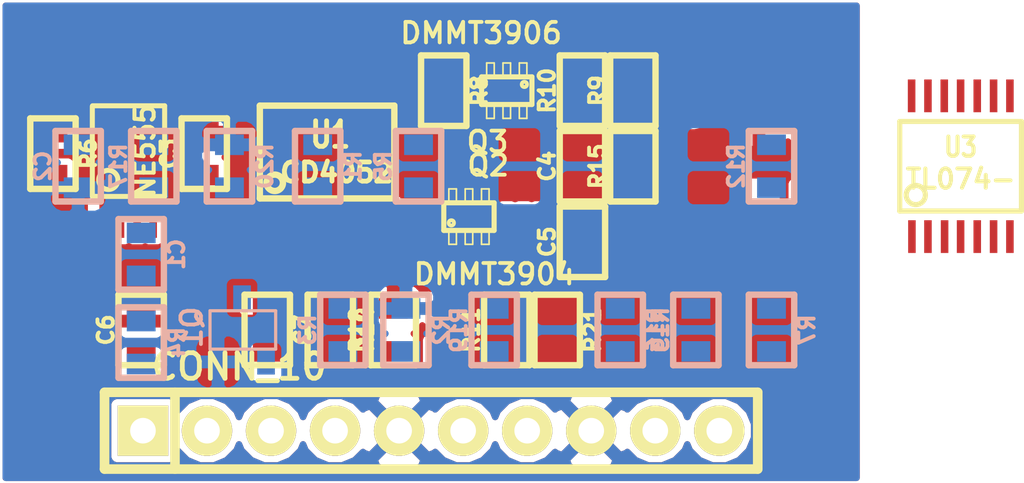
<source format=kicad_pcb>
(kicad_pcb (version 3) (host pcbnew "(2013-12-24 BZR 4575)-product")

  (general
    (links 89)
    (no_connects 72)
    (area 98.899999 74.899999 133.615571 95.60045)
    (thickness 1.6)
    (drawings 4)
    (tracks 0)
    (zones 0)
    (modules 35)
    (nets 30)
  )

  (page A3)
  (layers
    (15 F.Cu signal)
    (0 B.Cu signal)
    (16 B.Adhes user)
    (17 F.Adhes user)
    (18 B.Paste user)
    (19 F.Paste user)
    (20 B.SilkS user)
    (21 F.SilkS user)
    (22 B.Mask user)
    (23 F.Mask user)
    (24 Dwgs.User user)
    (25 Cmts.User user)
    (26 Eco1.User user)
    (27 Eco2.User user)
    (28 Edge.Cuts user)
  )

  (setup
    (last_trace_width 0.254)
    (trace_clearance 0.2032)
    (zone_clearance 0.254)
    (zone_45_only no)
    (trace_min 0.254)
    (segment_width 0.2)
    (edge_width 0.1)
    (via_size 0.889)
    (via_drill 0.381)
    (via_min_size 0.889)
    (via_min_drill 0.381)
    (uvia_size 0.508)
    (uvia_drill 0.127)
    (uvias_allowed no)
    (uvia_min_size 0.508)
    (uvia_min_drill 0.127)
    (pcb_text_width 0.3)
    (pcb_text_size 1.5 1.5)
    (mod_edge_width 0.15)
    (mod_text_size 1 1)
    (mod_text_width 0.15)
    (pad_size 1.5 1.5)
    (pad_drill 0.6)
    (pad_to_mask_clearance 0)
    (aux_axis_origin 0 0)
    (visible_elements 7FFEF77F)
    (pcbplotparams
      (layerselection 3178497)
      (usegerberextensions true)
      (excludeedgelayer true)
      (linewidth 0.150000)
      (plotframeref false)
      (viasonmask false)
      (mode 1)
      (useauxorigin false)
      (hpglpennumber 1)
      (hpglpenspeed 20)
      (hpglpendiameter 15)
      (hpglpenoverlay 2)
      (psnegative false)
      (psa4output false)
      (plotreference true)
      (plotvalue true)
      (plotothertext true)
      (plotinvisibletext false)
      (padsonsilk false)
      (subtractmaskfromsilk false)
      (outputformat 1)
      (mirror false)
      (drillshape 1)
      (scaleselection 1)
      (outputdirectory ""))
  )

  (net 0 "")
  (net 1 +12V)
  (net 2 -12V)
  (net 3 ATTACK)
  (net 4 DECAY)
  (net 5 "ENV OUT")
  (net 6 GATE)
  (net 7 GND)
  (net 8 N-0000010)
  (net 9 N-0000011)
  (net 10 N-0000012)
  (net 11 N-0000015)
  (net 12 N-0000016)
  (net 13 N-000002)
  (net 14 N-0000021)
  (net 15 N-0000022)
  (net 16 N-0000023)
  (net 17 N-0000024)
  (net 18 N-0000025)
  (net 19 N-0000027)
  (net 20 N-0000028)
  (net 21 N-0000029)
  (net 22 N-000003)
  (net 23 N-0000030)
  (net 24 N-000004)
  (net 25 N-000007)
  (net 26 N-000008)
  (net 27 N-000009)
  (net 28 RELEASE)
  (net 29 SUSTAIN)

  (net_class Default "This is the default net class."
    (clearance 0.2032)
    (trace_width 0.254)
    (via_dia 0.889)
    (via_drill 0.381)
    (uvia_dia 0.508)
    (uvia_drill 0.127)
    (add_net "")
    (add_net GND)
    (add_net N-0000010)
    (add_net N-0000011)
    (add_net N-0000012)
    (add_net N-0000015)
    (add_net N-0000016)
    (add_net N-000002)
    (add_net N-0000021)
    (add_net N-0000022)
    (add_net N-0000023)
    (add_net N-0000024)
    (add_net N-0000025)
    (add_net N-0000027)
    (add_net N-0000028)
    (add_net N-0000029)
    (add_net N-000003)
    (add_net N-0000030)
    (add_net N-000004)
    (add_net N-000007)
    (add_net N-000008)
    (add_net N-000009)
  )

  (net_class POWER ""
    (clearance 0.254)
    (trace_width 0.3048)
    (via_dia 1.143)
    (via_drill 0.6096)
    (uvia_dia 0.508)
    (uvia_drill 0.127)
    (add_net +12V)
    (add_net -12V)
  )

  (net_class SIGNAL ""
    (clearance 0.254)
    (trace_width 0.254)
    (via_dia 0.889)
    (via_drill 0.381)
    (uvia_dia 0.508)
    (uvia_drill 0.127)
    (add_net ATTACK)
    (add_net DECAY)
    (add_net "ENV OUT")
    (add_net GATE)
    (add_net RELEASE)
    (add_net SUSTAIN)
  )

  (module TSSOP8-JRL (layer F.Cu) (tedit 52EC3DDF) (tstamp 52EC3E46)
    (at 104 81)
    (path /52EA6826)
    (attr smd)
    (fp_text reference U2 (at 0 -4.2) (layer F.SilkS) hide
      (effects (font (size 0.762 0.635) (thickness 0.15875)))
    )
    (fp_text value NE555 (at 0.65 -0.1 90) (layer F.SilkS)
      (effects (font (size 0.762 0.762) (thickness 0.16002)))
    )
    (fp_line (start -1.43 -1.9) (end 1.43 -1.9) (layer F.SilkS) (width 0.2))
    (fp_line (start 1.43 -1.9) (end 1.43 1.7) (layer F.SilkS) (width 0.2))
    (fp_line (start 1.43 1.7) (end -1.43 1.7) (layer F.SilkS) (width 0.2))
    (fp_line (start -1.438 1.678) (end -1.438 -1.878) (layer F.SilkS) (width 0.2))
    (fp_circle (center -0.803 1.043) (end -1.184 1.043) (layer F.SilkS) (width 0.2))
    (pad 1 smd rect (at -0.9554 2.694) (size 0.29972 1.30048) (layers F.Cu F.Paste F.Mask)
      (net 7 GND))
    (pad 2 smd rect (at -0.3204 2.694) (size 0.29972 1.30048) (layers F.Cu F.Paste F.Mask)
      (net 10 N-0000012))
    (pad 3 smd rect (at 0.34 2.694) (size 0.29972 1.30048) (layers F.Cu F.Paste F.Mask)
      (net 24 N-000004))
    (pad 4 smd rect (at 0.975 2.694) (size 0.29972 1.30048) (layers F.Cu F.Paste F.Mask)
      (net 1 +12V))
    (pad 5 smd rect (at 0.975 -2.894) (size 0.29972 1.30048) (layers F.Cu F.Paste F.Mask)
      (net 9 N-0000011))
    (pad 6 smd rect (at 0.3273 -2.894) (size 0.29972 1.30048) (layers F.Cu F.Paste F.Mask)
      (net 22 N-000003))
    (pad 7 smd rect (at -0.3204 -2.894) (size 0.29972 1.30048) (layers F.Cu F.Paste F.Mask))
    (pad 8 smd rect (at -0.9681 -2.894) (size 0.29972 1.30048) (layers F.Cu F.Paste F.Mask)
      (net 1 +12V))
    (model smd\smd_dil\tssop-14.wrl
      (at (xyz 0 0 0))
      (scale (xyz 1 1 1))
      (rotate (xyz 0 0 0))
    )
  )

  (module TSSOP16 (layer F.Cu) (tedit 4E43E09E) (tstamp 52EC3E5F)
    (at 112 81)
    (path /52E9DAA2)
    (attr smd)
    (fp_text reference U1 (at 0 -0.7493) (layer F.SilkS)
      (effects (font (size 1.016 0.762) (thickness 0.1905)))
    )
    (fp_text value CD4052 (at 0.24892 0.7493) (layer F.SilkS)
      (effects (font (size 0.762 0.762) (thickness 0.1905)))
    )
    (fp_line (start -2.794 -1.905) (end 2.54 -1.905) (layer F.SilkS) (width 0.254))
    (fp_line (start 2.54 -1.905) (end 2.54 1.778) (layer F.SilkS) (width 0.254))
    (fp_line (start 2.54 1.778) (end -2.794 1.778) (layer F.SilkS) (width 0.254))
    (fp_line (start -2.794 1.778) (end -2.794 -1.905) (layer F.SilkS) (width 0.254))
    (fp_circle (center -2.20218 1.15824) (end -2.40538 1.41224) (layer F.SilkS) (width 0.254))
    (pad 1 smd rect (at -2.27584 2.79908) (size 0.381 1.27) (layers F.Cu F.Paste F.Mask)
      (net 4 DECAY))
    (pad 2 smd rect (at -1.6256 2.79908) (size 0.381 1.27) (layers F.Cu F.Paste F.Mask)
      (net 7 GND))
    (pad 3 smd rect (at -0.97536 2.79908) (size 0.381 1.27) (layers F.Cu F.Paste F.Mask)
      (net 26 N-000008))
    (pad 4 smd rect (at -0.32512 2.79908) (size 0.381 1.27) (layers F.Cu F.Paste F.Mask)
      (net 28 RELEASE))
    (pad 5 smd rect (at 0.32512 2.79908) (size 0.381 1.27) (layers F.Cu F.Paste F.Mask)
      (net 28 RELEASE))
    (pad 6 smd rect (at 0.97536 2.79908) (size 0.381 1.27) (layers F.Cu F.Paste F.Mask)
      (net 7 GND))
    (pad 7 smd rect (at 1.6256 2.79908) (size 0.381 1.27) (layers F.Cu F.Paste F.Mask)
      (net 7 GND))
    (pad 8 smd rect (at 2.27584 2.79908) (size 0.381 1.27) (layers F.Cu F.Paste F.Mask)
      (net 7 GND))
    (pad 9 smd rect (at 2.27584 -2.79908) (size 0.381 1.27) (layers F.Cu F.Paste F.Mask)
      (net 24 N-000004))
    (pad 10 smd rect (at 1.6256 -2.79908) (size 0.381 1.27) (layers F.Cu F.Paste F.Mask)
      (net 8 N-0000010))
    (pad 11 smd rect (at 0.97536 -2.79908) (size 0.381 1.27) (layers F.Cu F.Paste F.Mask)
      (net 7 GND))
    (pad 12 smd rect (at 0.32512 -2.79908) (size 0.381 1.27) (layers F.Cu F.Paste F.Mask)
      (net 29 SUSTAIN))
    (pad 13 smd rect (at -0.32512 -2.79908) (size 0.381 1.27) (layers F.Cu F.Paste F.Mask)
      (net 17 N-0000024))
    (pad 14 smd rect (at -0.97536 -2.79908) (size 0.381 1.27) (layers F.Cu F.Paste F.Mask)
      (net 7 GND))
    (pad 15 smd rect (at -1.6256 -2.79908) (size 0.381 1.27) (layers F.Cu F.Paste F.Mask)
      (net 21 N-0000029))
    (pad 16 smd rect (at -2.27584 -2.79908) (size 0.381 1.27) (layers F.Cu F.Paste F.Mask)
      (net 1 +12V))
    (model smd\smd_dil\tssop-16.wrl
      (at (xyz 0 0 0))
      (scale (xyz 1 1 1))
      (rotate (xyz 0 0 0))
    )
  )

  (module TSSOP14 (layer F.Cu) (tedit 4E43F187) (tstamp 52EC3E76)
    (at 137 81.5)
    (path /52E9CC88)
    (attr smd)
    (fp_text reference U3 (at 0 -0.762) (layer F.SilkS)
      (effects (font (size 0.762 0.635) (thickness 0.16002)))
    )
    (fp_text value TL074- (at 0 0.508) (layer F.SilkS)
      (effects (font (size 0.762 0.762) (thickness 0.16002)))
    )
    (fp_line (start -2.413 -1.778) (end 2.413 -1.778) (layer F.SilkS) (width 0.2032))
    (fp_line (start 2.413 -1.778) (end 2.413 1.778) (layer F.SilkS) (width 0.2032))
    (fp_line (start 2.413 1.778) (end -2.413 1.778) (layer F.SilkS) (width 0.2032))
    (fp_line (start -2.413 1.778) (end -2.413 -1.778) (layer F.SilkS) (width 0.2032))
    (fp_circle (center -1.778 1.143) (end -2.159 1.143) (layer F.SilkS) (width 0.2032))
    (pad 1 smd rect (at -1.9304 2.794) (size 0.29972 1.30048) (layers F.Cu F.Paste F.Mask)
      (net 22 N-000003))
    (pad 2 smd rect (at -1.2954 2.794) (size 0.29972 1.30048) (layers F.Cu F.Paste F.Mask)
      (net 13 N-000002))
    (pad 3 smd rect (at -0.635 2.794) (size 0.29972 1.30048) (layers F.Cu F.Paste F.Mask)
      (net 20 N-0000028))
    (pad 4 smd rect (at 0 2.794) (size 0.29972 1.30048) (layers F.Cu F.Paste F.Mask)
      (net 1 +12V))
    (pad 5 smd rect (at 0.6604 2.794) (size 0.29972 1.30048) (layers F.Cu F.Paste F.Mask)
      (net 23 N-0000030))
    (pad 6 smd rect (at 1.3081 2.794) (size 0.29972 1.30048) (layers F.Cu F.Paste F.Mask)
      (net 16 N-0000023))
    (pad 7 smd rect (at 1.9558 2.794) (size 0.29972 1.30048) (layers F.Cu F.Paste F.Mask)
      (net 18 N-0000025))
    (pad 8 smd rect (at 1.9558 -2.794) (size 0.29972 1.30048) (layers F.Cu F.Paste F.Mask)
      (net 15 N-0000022))
    (pad 9 smd rect (at 1.3081 -2.794) (size 0.29972 1.30048) (layers F.Cu F.Paste F.Mask)
      (net 14 N-0000021))
    (pad 10 smd rect (at 0.6604 -2.794) (size 0.29972 1.30048) (layers F.Cu F.Paste F.Mask)
      (net 7 GND))
    (pad 11 smd rect (at 0 -2.794) (size 0.29972 1.30048) (layers F.Cu F.Paste F.Mask)
      (net 2 -12V))
    (pad 12 smd rect (at -0.6477 -2.794) (size 0.29972 1.30048) (layers F.Cu F.Paste F.Mask)
      (net 7 GND))
    (pad 13 smd rect (at -1.2954 -2.794) (size 0.29972 1.30048) (layers F.Cu F.Paste F.Mask)
      (net 19 N-0000027))
    (pad 14 smd rect (at -1.9431 -2.794) (size 0.29972 1.30048) (layers F.Cu F.Paste F.Mask)
      (net 20 N-0000028))
    (model smd\smd_dil\tssop-14.wrl
      (at (xyz 0 0 0))
      (scale (xyz 1 1 1))
      (rotate (xyz 0 0 0))
    )
  )

  (module SOT363-JRL (layer F.Cu) (tedit 512395CF) (tstamp 52EC3E9D)
    (at 119 78.5 180)
    (descr "SMALL OUTLINE TRANSISTOR; 6 LEADS")
    (tags "SMALL OUTLINE TRANSISTOR; 6 LEADS")
    (path /52EA83F8)
    (attr smd)
    (fp_text reference Q3 (at 0.762 -2.032 180) (layer F.SilkS)
      (effects (font (size 0.8128 0.8128) (thickness 0.1524)))
    )
    (fp_text value DMMT3906 (at 1.016 2.286 180) (layer F.SilkS)
      (effects (font (size 0.8128 0.8128) (thickness 0.1524)))
    )
    (fp_line (start -0.79756 1.09982) (end -0.49784 1.09982) (layer F.SilkS) (width 0.06604))
    (fp_line (start -0.49784 1.09982) (end -0.49784 0.59944) (layer F.SilkS) (width 0.06604))
    (fp_line (start -0.79756 0.59944) (end -0.49784 0.59944) (layer F.SilkS) (width 0.06604))
    (fp_line (start -0.79756 1.09982) (end -0.79756 0.59944) (layer F.SilkS) (width 0.06604))
    (fp_line (start -0.14986 1.09982) (end 0.14986 1.09982) (layer F.SilkS) (width 0.06604))
    (fp_line (start 0.14986 1.09982) (end 0.14986 0.59944) (layer F.SilkS) (width 0.06604))
    (fp_line (start -0.14986 0.59944) (end 0.14986 0.59944) (layer F.SilkS) (width 0.06604))
    (fp_line (start -0.14986 1.09982) (end -0.14986 0.59944) (layer F.SilkS) (width 0.06604))
    (fp_line (start 0.49784 1.09982) (end 0.79756 1.09982) (layer F.SilkS) (width 0.06604))
    (fp_line (start 0.79756 1.09982) (end 0.79756 0.59944) (layer F.SilkS) (width 0.06604))
    (fp_line (start 0.49784 0.59944) (end 0.79756 0.59944) (layer F.SilkS) (width 0.06604))
    (fp_line (start 0.49784 1.09982) (end 0.49784 0.59944) (layer F.SilkS) (width 0.06604))
    (fp_line (start 0.49784 -0.59944) (end 0.79756 -0.59944) (layer F.SilkS) (width 0.06604))
    (fp_line (start 0.79756 -0.59944) (end 0.79756 -1.09982) (layer F.SilkS) (width 0.06604))
    (fp_line (start 0.49784 -1.09982) (end 0.79756 -1.09982) (layer F.SilkS) (width 0.06604))
    (fp_line (start 0.49784 -0.59944) (end 0.49784 -1.09982) (layer F.SilkS) (width 0.06604))
    (fp_line (start -0.14986 -0.59944) (end 0.14986 -0.59944) (layer F.SilkS) (width 0.06604))
    (fp_line (start 0.14986 -0.59944) (end 0.14986 -1.09982) (layer F.SilkS) (width 0.06604))
    (fp_line (start -0.14986 -1.09982) (end 0.14986 -1.09982) (layer F.SilkS) (width 0.06604))
    (fp_line (start -0.14986 -0.59944) (end -0.14986 -1.09982) (layer F.SilkS) (width 0.06604))
    (fp_line (start -0.79756 -0.59944) (end -0.49784 -0.59944) (layer F.SilkS) (width 0.06604))
    (fp_line (start -0.49784 -0.59944) (end -0.49784 -1.09982) (layer F.SilkS) (width 0.06604))
    (fp_line (start -0.79756 -1.09982) (end -0.49784 -1.09982) (layer F.SilkS) (width 0.06604))
    (fp_line (start -0.79756 -0.59944) (end -0.79756 -1.09982) (layer F.SilkS) (width 0.06604))
    (fp_line (start -0.99822 -0.54864) (end 0.99822 -0.54864) (layer F.SilkS) (width 0.2032))
    (fp_line (start 0.99822 -0.54864) (end 0.99822 0.54864) (layer F.SilkS) (width 0.2032))
    (fp_line (start 0.99822 0.54864) (end -0.99822 0.54864) (layer F.SilkS) (width 0.2032))
    (fp_line (start -0.99822 0.54864) (end -0.99822 -0.54864) (layer F.SilkS) (width 0.2032))
    (fp_circle (center -0.6985 0.24892) (end -0.77216 0.32258) (layer F.SilkS) (width 0.1524))
    (pad 1 smd rect (at -0.6477 0.79756 180) (size 0.39878 0.79756) (layers F.Cu F.Paste F.Mask)
      (net 7 GND))
    (pad 2 smd rect (at 0 0.79756 180) (size 0.39878 0.79756) (layers F.Cu F.Paste F.Mask)
      (net 25 N-000007))
    (pad 3 smd rect (at 0.6477 0.79756 180) (size 0.39878 0.79756) (layers F.Cu F.Paste F.Mask)
      (net 19 N-0000027))
    (pad 4 smd rect (at 0.6477 -0.79756 180) (size 0.39878 0.79756) (layers F.Cu F.Paste F.Mask)
      (net 11 N-0000015))
    (pad 5 smd rect (at 0 -0.79756 180) (size 0.39878 0.79756) (layers F.Cu F.Paste F.Mask)
      (net 11 N-0000015))
    (pad 6 smd rect (at -0.6477 -0.79756 180) (size 0.39878 0.79756) (layers F.Cu F.Paste F.Mask)
      (net 14 N-0000021))
  )

  (module SOT363-JRL (layer F.Cu) (tedit 512395CF) (tstamp 52EF20FD)
    (at 117.5 83.5)
    (descr "SMALL OUTLINE TRANSISTOR; 6 LEADS")
    (tags "SMALL OUTLINE TRANSISTOR; 6 LEADS")
    (path /52EA83E9)
    (attr smd)
    (fp_text reference Q2 (at 0.762 -2.032) (layer F.SilkS)
      (effects (font (size 0.8128 0.8128) (thickness 0.1524)))
    )
    (fp_text value DMMT3904 (at 1.016 2.286) (layer F.SilkS)
      (effects (font (size 0.8128 0.8128) (thickness 0.1524)))
    )
    (fp_line (start -0.79756 1.09982) (end -0.49784 1.09982) (layer F.SilkS) (width 0.06604))
    (fp_line (start -0.49784 1.09982) (end -0.49784 0.59944) (layer F.SilkS) (width 0.06604))
    (fp_line (start -0.79756 0.59944) (end -0.49784 0.59944) (layer F.SilkS) (width 0.06604))
    (fp_line (start -0.79756 1.09982) (end -0.79756 0.59944) (layer F.SilkS) (width 0.06604))
    (fp_line (start -0.14986 1.09982) (end 0.14986 1.09982) (layer F.SilkS) (width 0.06604))
    (fp_line (start 0.14986 1.09982) (end 0.14986 0.59944) (layer F.SilkS) (width 0.06604))
    (fp_line (start -0.14986 0.59944) (end 0.14986 0.59944) (layer F.SilkS) (width 0.06604))
    (fp_line (start -0.14986 1.09982) (end -0.14986 0.59944) (layer F.SilkS) (width 0.06604))
    (fp_line (start 0.49784 1.09982) (end 0.79756 1.09982) (layer F.SilkS) (width 0.06604))
    (fp_line (start 0.79756 1.09982) (end 0.79756 0.59944) (layer F.SilkS) (width 0.06604))
    (fp_line (start 0.49784 0.59944) (end 0.79756 0.59944) (layer F.SilkS) (width 0.06604))
    (fp_line (start 0.49784 1.09982) (end 0.49784 0.59944) (layer F.SilkS) (width 0.06604))
    (fp_line (start 0.49784 -0.59944) (end 0.79756 -0.59944) (layer F.SilkS) (width 0.06604))
    (fp_line (start 0.79756 -0.59944) (end 0.79756 -1.09982) (layer F.SilkS) (width 0.06604))
    (fp_line (start 0.49784 -1.09982) (end 0.79756 -1.09982) (layer F.SilkS) (width 0.06604))
    (fp_line (start 0.49784 -0.59944) (end 0.49784 -1.09982) (layer F.SilkS) (width 0.06604))
    (fp_line (start -0.14986 -0.59944) (end 0.14986 -0.59944) (layer F.SilkS) (width 0.06604))
    (fp_line (start 0.14986 -0.59944) (end 0.14986 -1.09982) (layer F.SilkS) (width 0.06604))
    (fp_line (start -0.14986 -1.09982) (end 0.14986 -1.09982) (layer F.SilkS) (width 0.06604))
    (fp_line (start -0.14986 -0.59944) (end -0.14986 -1.09982) (layer F.SilkS) (width 0.06604))
    (fp_line (start -0.79756 -0.59944) (end -0.49784 -0.59944) (layer F.SilkS) (width 0.06604))
    (fp_line (start -0.49784 -0.59944) (end -0.49784 -1.09982) (layer F.SilkS) (width 0.06604))
    (fp_line (start -0.79756 -1.09982) (end -0.49784 -1.09982) (layer F.SilkS) (width 0.06604))
    (fp_line (start -0.79756 -0.59944) (end -0.79756 -1.09982) (layer F.SilkS) (width 0.06604))
    (fp_line (start -0.99822 -0.54864) (end 0.99822 -0.54864) (layer F.SilkS) (width 0.2032))
    (fp_line (start 0.99822 -0.54864) (end 0.99822 0.54864) (layer F.SilkS) (width 0.2032))
    (fp_line (start 0.99822 0.54864) (end -0.99822 0.54864) (layer F.SilkS) (width 0.2032))
    (fp_line (start -0.99822 0.54864) (end -0.99822 -0.54864) (layer F.SilkS) (width 0.2032))
    (fp_circle (center -0.6985 0.24892) (end -0.77216 0.32258) (layer F.SilkS) (width 0.1524))
    (pad 1 smd rect (at -0.6477 0.79756) (size 0.39878 0.79756) (layers F.Cu F.Paste F.Mask)
      (net 12 N-0000016))
    (pad 2 smd rect (at 0 0.79756) (size 0.39878 0.79756) (layers F.Cu F.Paste F.Mask)
      (net 7 GND))
    (pad 3 smd rect (at 0.6477 0.79756) (size 0.39878 0.79756) (layers F.Cu F.Paste F.Mask)
      (net 19 N-0000027))
    (pad 4 smd rect (at 0.6477 -0.79756) (size 0.39878 0.79756) (layers F.Cu F.Paste F.Mask)
      (net 11 N-0000015))
    (pad 5 smd rect (at 0 -0.79756) (size 0.39878 0.79756) (layers F.Cu F.Paste F.Mask)
      (net 11 N-0000015))
    (pad 6 smd rect (at -0.6477 -0.79756) (size 0.39878 0.79756) (layers F.Cu F.Paste F.Mask)
      (net 14 N-0000021))
  )

  (module SOT23-JRL (layer B.Cu) (tedit 5281A378) (tstamp 52EC3ECF)
    (at 108.5 88 180)
    (tags SOT23)
    (path /52EA6833)
    (fp_text reference Q1 (at 1.99898 0.09906 450) (layer B.SilkS)
      (effects (font (size 0.8128 0.8128) (thickness 0.1524)) (justify mirror))
    )
    (fp_text value 2N3904 (at 0.0635 0 180) (layer B.SilkS) hide
      (effects (font (size 0.8128 0.8128) (thickness 0.1524)) (justify mirror))
    )
    (fp_line (start 1.27 -0.762) (end -1.3335 -0.762) (layer B.SilkS) (width 0.127))
    (fp_line (start -1.3335 -0.762) (end -1.3335 0.762) (layer B.SilkS) (width 0.127))
    (fp_line (start -1.3335 0.762) (end 1.27 0.762) (layer B.SilkS) (width 0.127))
    (fp_line (start 1.27 0.762) (end 1.27 -0.762) (layer B.SilkS) (width 0.127))
    (pad 3 smd rect (at 0 1.27 180) (size 0.70104 1.00076) (layers B.Cu B.Paste B.Mask)
      (net 8 N-0000010))
    (pad 1 smd rect (at 0.9525 -1.27 180) (size 0.70104 1.00076) (layers B.Cu B.Paste B.Mask)
      (net 7 GND))
    (pad 2 smd rect (at -0.9525 -1.27 180) (size 0.70104 1.00076) (layers B.Cu B.Paste B.Mask)
      (net 27 N-000009))
    (model smd/SOT23_6.wrl
      (at (xyz 0 0 0))
      (scale (xyz 0.11 0.11 0.11))
      (rotate (xyz 0 0 -180))
    )
  )

  (module SM0603-JRL (layer F.Cu) (tedit 528C3246) (tstamp 52EC3ED9)
    (at 124 78.5 90)
    (path /52EA8356)
    (attr smd)
    (fp_text reference R9 (at 0 -1.4 90) (layer F.SilkS)
      (effects (font (size 0.6096 0.6096) (thickness 0.1524)))
    )
    (fp_text value 2.2K (at 0 0 90) (layer F.SilkS) hide
      (effects (font (size 0.508 0.4572) (thickness 0.1143)))
    )
    (fp_line (start -1.4 0.9) (end 1.4 0.9) (layer F.SilkS) (width 0.254))
    (fp_line (start 1.4 0.9) (end 1.4 -0.9) (layer F.SilkS) (width 0.254))
    (fp_line (start 1.4 -0.9) (end -1.4 -0.9) (layer F.SilkS) (width 0.254))
    (fp_line (start -1.4 -0.9) (end -1.4 0.9) (layer F.SilkS) (width 0.254))
    (pad 1 smd rect (at -0.8509 0 90) (size 0.8128 1.143) (layers F.Cu F.Paste F.Mask)
      (net 7 GND))
    (pad 2 smd rect (at 0.8509 0 90) (size 0.8128 1.143) (layers F.Cu F.Paste F.Mask)
      (net 25 N-000007))
    (model smd\resistors\R0603.wrl
      (at (xyz 0 0 0.001))
      (scale (xyz 0.5 0.5 0.5))
      (rotate (xyz 0 0 0))
    )
  )

  (module SM0603-JRL (layer B.Cu) (tedit 528C3246) (tstamp 52EC3EE3)
    (at 104.5 88.5 90)
    (path /52EA68F7)
    (attr smd)
    (fp_text reference R4 (at 0 1.4 90) (layer B.SilkS)
      (effects (font (size 0.6096 0.6096) (thickness 0.1524)) (justify mirror))
    )
    (fp_text value 330K (at 0 0 90) (layer B.SilkS) hide
      (effects (font (size 0.508 0.4572) (thickness 0.1143)) (justify mirror))
    )
    (fp_line (start -1.4 -0.9) (end 1.4 -0.9) (layer B.SilkS) (width 0.254))
    (fp_line (start 1.4 -0.9) (end 1.4 0.9) (layer B.SilkS) (width 0.254))
    (fp_line (start 1.4 0.9) (end -1.4 0.9) (layer B.SilkS) (width 0.254))
    (fp_line (start -1.4 0.9) (end -1.4 -0.9) (layer B.SilkS) (width 0.254))
    (pad 1 smd rect (at -0.8509 0 90) (size 0.8128 1.143) (layers B.Cu B.Paste B.Mask)
      (net 27 N-000009))
    (pad 2 smd rect (at 0.8509 0 90) (size 0.8128 1.143) (layers B.Cu B.Paste B.Mask)
      (net 2 -12V))
    (model smd\resistors\R0603.wrl
      (at (xyz 0 0 0.001))
      (scale (xyz 0.5 0.5 0.5))
      (rotate (xyz 0 0 0))
    )
  )

  (module SM0603-JRL (layer B.Cu) (tedit 528C3246) (tstamp 52EC3EED)
    (at 104.5 85 90)
    (path /52EA6BA1)
    (attr smd)
    (fp_text reference C1 (at 0 1.4 90) (layer B.SilkS)
      (effects (font (size 0.6096 0.6096) (thickness 0.1524)) (justify mirror))
    )
    (fp_text value 100n (at 0 0 90) (layer B.SilkS) hide
      (effects (font (size 0.508 0.4572) (thickness 0.1143)) (justify mirror))
    )
    (fp_line (start -1.4 -0.9) (end 1.4 -0.9) (layer B.SilkS) (width 0.254))
    (fp_line (start 1.4 -0.9) (end 1.4 0.9) (layer B.SilkS) (width 0.254))
    (fp_line (start 1.4 0.9) (end -1.4 0.9) (layer B.SilkS) (width 0.254))
    (fp_line (start -1.4 0.9) (end -1.4 -0.9) (layer B.SilkS) (width 0.254))
    (pad 1 smd rect (at -0.8509 0 90) (size 0.8128 1.143) (layers B.Cu B.Paste B.Mask)
      (net 8 N-0000010))
    (pad 2 smd rect (at 0.8509 0 90) (size 0.8128 1.143) (layers B.Cu B.Paste B.Mask)
      (net 10 N-0000012))
    (model smd\resistors\R0603.wrl
      (at (xyz 0 0 0.001))
      (scale (xyz 0.5 0.5 0.5))
      (rotate (xyz 0 0 0))
    )
  )

  (module SM0603-JRL (layer F.Cu) (tedit 528C3246) (tstamp 52EC3EF7)
    (at 101 81 270)
    (path /52EA6BBB)
    (attr smd)
    (fp_text reference R6 (at 0 -1.4 270) (layer F.SilkS)
      (effects (font (size 0.6096 0.6096) (thickness 0.1524)))
    )
    (fp_text value 10K (at 0 0 270) (layer F.SilkS) hide
      (effects (font (size 0.508 0.4572) (thickness 0.1143)))
    )
    (fp_line (start -1.4 0.9) (end 1.4 0.9) (layer F.SilkS) (width 0.254))
    (fp_line (start 1.4 0.9) (end 1.4 -0.9) (layer F.SilkS) (width 0.254))
    (fp_line (start 1.4 -0.9) (end -1.4 -0.9) (layer F.SilkS) (width 0.254))
    (fp_line (start -1.4 -0.9) (end -1.4 0.9) (layer F.SilkS) (width 0.254))
    (pad 1 smd rect (at -0.8509 0 270) (size 0.8128 1.143) (layers F.Cu F.Paste F.Mask)
      (net 1 +12V))
    (pad 2 smd rect (at 0.8509 0 270) (size 0.8128 1.143) (layers F.Cu F.Paste F.Mask)
      (net 10 N-0000012))
    (model smd\resistors\R0603.wrl
      (at (xyz 0 0 0.001))
      (scale (xyz 0.5 0.5 0.5))
      (rotate (xyz 0 0 0))
    )
  )

  (module SM0603-JRL (layer B.Cu) (tedit 528C3246) (tstamp 52EC3F01)
    (at 102 81.5 270)
    (path /52EA7373)
    (attr smd)
    (fp_text reference C2 (at 0 1.4 270) (layer B.SilkS)
      (effects (font (size 0.6096 0.6096) (thickness 0.1524)) (justify mirror))
    )
    (fp_text value 0.01μ (at 0 0 270) (layer B.SilkS) hide
      (effects (font (size 0.508 0.4572) (thickness 0.1143)) (justify mirror))
    )
    (fp_line (start -1.4 -0.9) (end 1.4 -0.9) (layer B.SilkS) (width 0.254))
    (fp_line (start 1.4 -0.9) (end 1.4 0.9) (layer B.SilkS) (width 0.254))
    (fp_line (start 1.4 0.9) (end -1.4 0.9) (layer B.SilkS) (width 0.254))
    (fp_line (start -1.4 0.9) (end -1.4 -0.9) (layer B.SilkS) (width 0.254))
    (pad 1 smd rect (at -0.8509 0 270) (size 0.8128 1.143) (layers B.Cu B.Paste B.Mask)
      (net 9 N-0000011))
    (pad 2 smd rect (at 0.8509 0 270) (size 0.8128 1.143) (layers B.Cu B.Paste B.Mask)
      (net 7 GND))
    (model smd\resistors\R0603.wrl
      (at (xyz 0 0 0.001))
      (scale (xyz 0.5 0.5 0.5))
      (rotate (xyz 0 0 0))
    )
  )

  (module SM0603-JRL (layer F.Cu) (tedit 528C3246) (tstamp 52EC3F0B)
    (at 112 88 270)
    (path /52EA7939)
    (attr smd)
    (fp_text reference R14 (at 0 -1.4 270) (layer F.SilkS)
      (effects (font (size 0.6096 0.6096) (thickness 0.1524)))
    )
    (fp_text value 56K** (at 0 0 270) (layer F.SilkS) hide
      (effects (font (size 0.508 0.4572) (thickness 0.1143)))
    )
    (fp_line (start -1.4 0.9) (end 1.4 0.9) (layer F.SilkS) (width 0.254))
    (fp_line (start 1.4 0.9) (end 1.4 -0.9) (layer F.SilkS) (width 0.254))
    (fp_line (start 1.4 -0.9) (end -1.4 -0.9) (layer F.SilkS) (width 0.254))
    (fp_line (start -1.4 -0.9) (end -1.4 0.9) (layer F.SilkS) (width 0.254))
    (pad 1 smd rect (at -0.8509 0 270) (size 0.8128 1.143) (layers F.Cu F.Paste F.Mask)
      (net 22 N-000003))
    (pad 2 smd rect (at 0.8509 0 270) (size 0.8128 1.143) (layers F.Cu F.Paste F.Mask)
      (net 13 N-000002))
    (model smd\resistors\R0603.wrl
      (at (xyz 0 0 0.001))
      (scale (xyz 0.5 0.5 0.5))
      (rotate (xyz 0 0 0))
    )
  )

  (module SM0603-JRL (layer F.Cu) (tedit 528C3246) (tstamp 52EC3F15)
    (at 114.5 88 90)
    (path /52EA793F)
    (attr smd)
    (fp_text reference R18 (at 0 -1.4 90) (layer F.SilkS)
      (effects (font (size 0.6096 0.6096) (thickness 0.1524)))
    )
    (fp_text value 100K (at 0 0 90) (layer F.SilkS) hide
      (effects (font (size 0.508 0.4572) (thickness 0.1143)))
    )
    (fp_line (start -1.4 0.9) (end 1.4 0.9) (layer F.SilkS) (width 0.254))
    (fp_line (start 1.4 0.9) (end 1.4 -0.9) (layer F.SilkS) (width 0.254))
    (fp_line (start 1.4 -0.9) (end -1.4 -0.9) (layer F.SilkS) (width 0.254))
    (fp_line (start -1.4 -0.9) (end -1.4 0.9) (layer F.SilkS) (width 0.254))
    (pad 1 smd rect (at -0.8509 0 90) (size 0.8128 1.143) (layers F.Cu F.Paste F.Mask)
      (net 13 N-000002))
    (pad 2 smd rect (at 0.8509 0 90) (size 0.8128 1.143) (layers F.Cu F.Paste F.Mask)
      (net 7 GND))
    (model smd\resistors\R0603.wrl
      (at (xyz 0 0 0.001))
      (scale (xyz 0.5 0.5 0.5))
      (rotate (xyz 0 0 0))
    )
  )

  (module SM0603-JRL (layer F.Cu) (tedit 528C3246) (tstamp 52EC3F1F)
    (at 107 81 90)
    (path /52EC40BB)
    (attr smd)
    (fp_text reference C3 (at 0 -1.4 90) (layer F.SilkS)
      (effects (font (size 0.6096 0.6096) (thickness 0.1524)))
    )
    (fp_text value 100n (at 0 0 90) (layer F.SilkS) hide
      (effects (font (size 0.508 0.4572) (thickness 0.1143)))
    )
    (fp_line (start -1.4 0.9) (end 1.4 0.9) (layer F.SilkS) (width 0.254))
    (fp_line (start 1.4 0.9) (end 1.4 -0.9) (layer F.SilkS) (width 0.254))
    (fp_line (start 1.4 -0.9) (end -1.4 -0.9) (layer F.SilkS) (width 0.254))
    (fp_line (start -1.4 -0.9) (end -1.4 0.9) (layer F.SilkS) (width 0.254))
    (pad 1 smd rect (at -0.8509 0 90) (size 0.8128 1.143) (layers F.Cu F.Paste F.Mask)
      (net 1 +12V))
    (pad 2 smd rect (at 0.8509 0 90) (size 0.8128 1.143) (layers F.Cu F.Paste F.Mask)
      (net 7 GND))
    (model smd\resistors\R0603.wrl
      (at (xyz 0 0 0.001))
      (scale (xyz 0.5 0.5 0.5))
      (rotate (xyz 0 0 0))
    )
  )

  (module SM0603-JRL (layer F.Cu) (tedit 528C3246) (tstamp 52EC3F29)
    (at 122 78.5 90)
    (path /52EA835C)
    (attr smd)
    (fp_text reference R10 (at 0 -1.4 90) (layer F.SilkS)
      (effects (font (size 0.6096 0.6096) (thickness 0.1524)))
    )
    (fp_text value 270K (at 0 0 90) (layer F.SilkS) hide
      (effects (font (size 0.508 0.4572) (thickness 0.1143)))
    )
    (fp_line (start -1.4 0.9) (end 1.4 0.9) (layer F.SilkS) (width 0.254))
    (fp_line (start 1.4 0.9) (end 1.4 -0.9) (layer F.SilkS) (width 0.254))
    (fp_line (start 1.4 -0.9) (end -1.4 -0.9) (layer F.SilkS) (width 0.254))
    (fp_line (start -1.4 -0.9) (end -1.4 0.9) (layer F.SilkS) (width 0.254))
    (pad 1 smd rect (at -0.8509 0 90) (size 0.8128 1.143) (layers F.Cu F.Paste F.Mask)
      (net 2 -12V))
    (pad 2 smd rect (at 0.8509 0 90) (size 0.8128 1.143) (layers F.Cu F.Paste F.Mask)
      (net 25 N-000007))
    (model smd\resistors\R0603.wrl
      (at (xyz 0 0 0.001))
      (scale (xyz 0.5 0.5 0.5))
      (rotate (xyz 0 0 0))
    )
  )

  (module SM0603-JRL (layer B.Cu) (tedit 528C3246) (tstamp 52EC3F33)
    (at 129.5 88 90)
    (path /52EA8929)
    (attr smd)
    (fp_text reference R7 (at 0 1.4 90) (layer B.SilkS)
      (effects (font (size 0.6096 0.6096) (thickness 0.1524)) (justify mirror))
    )
    (fp_text value 43K** (at 0 0 90) (layer B.SilkS) hide
      (effects (font (size 0.508 0.4572) (thickness 0.1143)) (justify mirror))
    )
    (fp_line (start -1.4 -0.9) (end 1.4 -0.9) (layer B.SilkS) (width 0.254))
    (fp_line (start 1.4 -0.9) (end 1.4 0.9) (layer B.SilkS) (width 0.254))
    (fp_line (start 1.4 0.9) (end -1.4 0.9) (layer B.SilkS) (width 0.254))
    (fp_line (start -1.4 0.9) (end -1.4 -0.9) (layer B.SilkS) (width 0.254))
    (pad 1 smd rect (at -0.8509 0 90) (size 0.8128 1.143) (layers B.Cu B.Paste B.Mask)
      (net 3 ATTACK))
    (pad 2 smd rect (at 0.8509 0 90) (size 0.8128 1.143) (layers B.Cu B.Paste B.Mask)
      (net 12 N-0000016))
    (model smd\resistors\R0603.wrl
      (at (xyz 0 0 0.001))
      (scale (xyz 0.5 0.5 0.5))
      (rotate (xyz 0 0 0))
    )
  )

  (module SM0603-JRL (layer F.Cu) (tedit 528C3246) (tstamp 52EC3F3D)
    (at 119 88 90)
    (path /52EA893B)
    (attr smd)
    (fp_text reference R11 (at 0 -1.4 90) (layer F.SilkS)
      (effects (font (size 0.6096 0.6096) (thickness 0.1524)))
    )
    (fp_text value 2.2K (at 0 0 90) (layer F.SilkS) hide
      (effects (font (size 0.508 0.4572) (thickness 0.1143)))
    )
    (fp_line (start -1.4 0.9) (end 1.4 0.9) (layer F.SilkS) (width 0.254))
    (fp_line (start 1.4 0.9) (end 1.4 -0.9) (layer F.SilkS) (width 0.254))
    (fp_line (start 1.4 -0.9) (end -1.4 -0.9) (layer F.SilkS) (width 0.254))
    (fp_line (start -1.4 -0.9) (end -1.4 0.9) (layer F.SilkS) (width 0.254))
    (pad 1 smd rect (at -0.8509 0 90) (size 0.8128 1.143) (layers F.Cu F.Paste F.Mask)
      (net 7 GND))
    (pad 2 smd rect (at 0.8509 0 90) (size 0.8128 1.143) (layers F.Cu F.Paste F.Mask)
      (net 12 N-0000016))
    (model smd\resistors\R0603.wrl
      (at (xyz 0 0 0.001))
      (scale (xyz 0.5 0.5 0.5))
      (rotate (xyz 0 0 0))
    )
  )

  (module SM0603-JRL (layer B.Cu) (tedit 528C3246) (tstamp 52EC3F47)
    (at 129.5 81.5 270)
    (path /52EA8941)
    (attr smd)
    (fp_text reference R12 (at 0 1.4 270) (layer B.SilkS)
      (effects (font (size 0.6096 0.6096) (thickness 0.1524)) (justify mirror))
    )
    (fp_text value 270K (at 0 0 270) (layer B.SilkS) hide
      (effects (font (size 0.508 0.4572) (thickness 0.1143)) (justify mirror))
    )
    (fp_line (start -1.4 -0.9) (end 1.4 -0.9) (layer B.SilkS) (width 0.254))
    (fp_line (start 1.4 -0.9) (end 1.4 0.9) (layer B.SilkS) (width 0.254))
    (fp_line (start 1.4 0.9) (end -1.4 0.9) (layer B.SilkS) (width 0.254))
    (fp_line (start -1.4 0.9) (end -1.4 -0.9) (layer B.SilkS) (width 0.254))
    (pad 1 smd rect (at -0.8509 0 270) (size 0.8128 1.143) (layers B.Cu B.Paste B.Mask)
      (net 2 -12V))
    (pad 2 smd rect (at 0.8509 0 270) (size 0.8128 1.143) (layers B.Cu B.Paste B.Mask)
      (net 12 N-0000016))
    (model smd\resistors\R0603.wrl
      (at (xyz 0 0 0.001))
      (scale (xyz 0.5 0.5 0.5))
      (rotate (xyz 0 0 0))
    )
  )

  (module SM0603-JRL (layer B.Cu) (tedit 528C3246) (tstamp 52ED3764)
    (at 115 88 90)
    (path /52EA68F1)
    (attr smd)
    (fp_text reference R2 (at 0 1.4 90) (layer B.SilkS)
      (effects (font (size 0.6096 0.6096) (thickness 0.1524)) (justify mirror))
    )
    (fp_text value 100K (at 0 0 90) (layer B.SilkS) hide
      (effects (font (size 0.508 0.4572) (thickness 0.1143)) (justify mirror))
    )
    (fp_line (start -1.4 -0.9) (end 1.4 -0.9) (layer B.SilkS) (width 0.254))
    (fp_line (start 1.4 -0.9) (end 1.4 0.9) (layer B.SilkS) (width 0.254))
    (fp_line (start 1.4 0.9) (end -1.4 0.9) (layer B.SilkS) (width 0.254))
    (fp_line (start -1.4 0.9) (end -1.4 -0.9) (layer B.SilkS) (width 0.254))
    (pad 1 smd rect (at -0.8509 0 90) (size 0.8128 1.143) (layers B.Cu B.Paste B.Mask)
      (net 6 GATE))
    (pad 2 smd rect (at 0.8509 0 90) (size 0.8128 1.143) (layers B.Cu B.Paste B.Mask)
      (net 7 GND))
    (model smd\resistors\R0603.wrl
      (at (xyz 0 0 0.001))
      (scale (xyz 0.5 0.5 0.5))
      (rotate (xyz 0 0 0))
    )
  )

  (module SM0603-JRL (layer B.Cu) (tedit 528C3246) (tstamp 52EC3F5B)
    (at 112.5 88 270)
    (path /52EA6853)
    (attr smd)
    (fp_text reference R3 (at 0 1.4 270) (layer B.SilkS)
      (effects (font (size 0.6096 0.6096) (thickness 0.1524)) (justify mirror))
    )
    (fp_text value 33K (at 0 0 270) (layer B.SilkS) hide
      (effects (font (size 0.508 0.4572) (thickness 0.1143)) (justify mirror))
    )
    (fp_line (start -1.4 -0.9) (end 1.4 -0.9) (layer B.SilkS) (width 0.254))
    (fp_line (start 1.4 -0.9) (end 1.4 0.9) (layer B.SilkS) (width 0.254))
    (fp_line (start 1.4 0.9) (end -1.4 0.9) (layer B.SilkS) (width 0.254))
    (fp_line (start -1.4 0.9) (end -1.4 -0.9) (layer B.SilkS) (width 0.254))
    (pad 1 smd rect (at -0.8509 0 270) (size 0.8128 1.143) (layers B.Cu B.Paste B.Mask)
      (net 27 N-000009))
    (pad 2 smd rect (at 0.8509 0 270) (size 0.8128 1.143) (layers B.Cu B.Paste B.Mask)
      (net 6 GATE))
    (model smd\resistors\R0603.wrl
      (at (xyz 0 0 0.001))
      (scale (xyz 0.5 0.5 0.5))
      (rotate (xyz 0 0 0))
    )
  )

  (module SM0603-JRL (layer B.Cu) (tedit 528C3246) (tstamp 52EC3F65)
    (at 115.5 81.5 270)
    (path /52EA6840)
    (attr smd)
    (fp_text reference R5 (at 0 1.4 270) (layer B.SilkS)
      (effects (font (size 0.6096 0.6096) (thickness 0.1524)) (justify mirror))
    )
    (fp_text value 22K (at 0 0 270) (layer B.SilkS) hide
      (effects (font (size 0.508 0.4572) (thickness 0.1143)) (justify mirror))
    )
    (fp_line (start -1.4 -0.9) (end 1.4 -0.9) (layer B.SilkS) (width 0.254))
    (fp_line (start 1.4 -0.9) (end 1.4 0.9) (layer B.SilkS) (width 0.254))
    (fp_line (start 1.4 0.9) (end -1.4 0.9) (layer B.SilkS) (width 0.254))
    (fp_line (start -1.4 0.9) (end -1.4 -0.9) (layer B.SilkS) (width 0.254))
    (pad 1 smd rect (at -0.8509 0 270) (size 0.8128 1.143) (layers B.Cu B.Paste B.Mask)
      (net 8 N-0000010))
    (pad 2 smd rect (at 0.8509 0 270) (size 0.8128 1.143) (layers B.Cu B.Paste B.Mask)
      (net 1 +12V))
    (model smd\resistors\R0603.wrl
      (at (xyz 0 0 0.001))
      (scale (xyz 0.5 0.5 0.5))
      (rotate (xyz 0 0 0))
    )
  )

  (module SM0603-JRL (layer F.Cu) (tedit 528C3246) (tstamp 52EC3F6F)
    (at 121 88 270)
    (path /52E9E466)
    (attr smd)
    (fp_text reference R21 (at 0 -1.4 270) (layer F.SilkS)
      (effects (font (size 0.6096 0.6096) (thickness 0.1524)))
    )
    (fp_text value 1K (at 0 0 270) (layer F.SilkS) hide
      (effects (font (size 0.508 0.4572) (thickness 0.1143)))
    )
    (fp_line (start -1.4 0.9) (end 1.4 0.9) (layer F.SilkS) (width 0.254))
    (fp_line (start 1.4 0.9) (end 1.4 -0.9) (layer F.SilkS) (width 0.254))
    (fp_line (start 1.4 -0.9) (end -1.4 -0.9) (layer F.SilkS) (width 0.254))
    (fp_line (start -1.4 -0.9) (end -1.4 0.9) (layer F.SilkS) (width 0.254))
    (pad 1 smd rect (at -0.8509 0 270) (size 0.8128 1.143) (layers F.Cu F.Paste F.Mask)
      (net 20 N-0000028))
    (pad 2 smd rect (at 0.8509 0 270) (size 0.8128 1.143) (layers F.Cu F.Paste F.Mask)
      (net 5 "ENV OUT"))
    (model smd\resistors\R0603.wrl
      (at (xyz 0 0 0.001))
      (scale (xyz 0.5 0.5 0.5))
      (rotate (xyz 0 0 0))
    )
  )

  (module SM0603-JRL (layer F.Cu) (tedit 528C3246) (tstamp 52EC3F79)
    (at 122 84.5 90)
    (path /52E9E3E2)
    (attr smd)
    (fp_text reference C5 (at 0 -1.4 90) (layer F.SilkS)
      (effects (font (size 0.6096 0.6096) (thickness 0.1524)))
    )
    (fp_text value 100n (at 0 0 90) (layer F.SilkS) hide
      (effects (font (size 0.508 0.4572) (thickness 0.1143)))
    )
    (fp_line (start -1.4 0.9) (end 1.4 0.9) (layer F.SilkS) (width 0.254))
    (fp_line (start 1.4 0.9) (end 1.4 -0.9) (layer F.SilkS) (width 0.254))
    (fp_line (start 1.4 -0.9) (end -1.4 -0.9) (layer F.SilkS) (width 0.254))
    (fp_line (start -1.4 -0.9) (end -1.4 0.9) (layer F.SilkS) (width 0.254))
    (pad 1 smd rect (at -0.8509 0 90) (size 0.8128 1.143) (layers F.Cu F.Paste F.Mask)
      (net 20 N-0000028))
    (pad 2 smd rect (at 0.8509 0 90) (size 0.8128 1.143) (layers F.Cu F.Paste F.Mask)
      (net 19 N-0000027))
    (model smd\resistors\R0603.wrl
      (at (xyz 0 0 0.001))
      (scale (xyz 0.5 0.5 0.5))
      (rotate (xyz 0 0 0))
    )
  )

  (module SM0603-JRL (layer F.Cu) (tedit 528C3246) (tstamp 52EC3F83)
    (at 124 81.5 90)
    (path /52E9DF52)
    (attr smd)
    (fp_text reference R15 (at 0 -1.4 90) (layer F.SilkS)
      (effects (font (size 0.6096 0.6096) (thickness 0.1524)))
    )
    (fp_text value R_US (at 0 0 90) (layer F.SilkS) hide
      (effects (font (size 0.508 0.4572) (thickness 0.1143)))
    )
    (fp_line (start -1.4 0.9) (end 1.4 0.9) (layer F.SilkS) (width 0.254))
    (fp_line (start 1.4 0.9) (end 1.4 -0.9) (layer F.SilkS) (width 0.254))
    (fp_line (start 1.4 -0.9) (end -1.4 -0.9) (layer F.SilkS) (width 0.254))
    (fp_line (start -1.4 -0.9) (end -1.4 0.9) (layer F.SilkS) (width 0.254))
    (pad 1 smd rect (at -0.8509 0 90) (size 0.8128 1.143) (layers F.Cu F.Paste F.Mask)
      (net 15 N-0000022))
    (pad 2 smd rect (at 0.8509 0 90) (size 0.8128 1.143) (layers F.Cu F.Paste F.Mask)
      (net 11 N-0000015))
    (model smd\resistors\R0603.wrl
      (at (xyz 0 0 0.001))
      (scale (xyz 0.5 0.5 0.5))
      (rotate (xyz 0 0 0))
    )
  )

  (module SM0603-JRL (layer B.Cu) (tedit 528C3246) (tstamp 52EC3F8D)
    (at 123.5 88 90)
    (path /52E9DEFE)
    (attr smd)
    (fp_text reference R16 (at 0 1.4 90) (layer B.SilkS)
      (effects (font (size 0.6096 0.6096) (thickness 0.1524)) (justify mirror))
    )
    (fp_text value 47K (at 0 0 90) (layer B.SilkS) hide
      (effects (font (size 0.508 0.4572) (thickness 0.1143)) (justify mirror))
    )
    (fp_line (start -1.4 -0.9) (end 1.4 -0.9) (layer B.SilkS) (width 0.254))
    (fp_line (start 1.4 -0.9) (end 1.4 0.9) (layer B.SilkS) (width 0.254))
    (fp_line (start 1.4 0.9) (end -1.4 0.9) (layer B.SilkS) (width 0.254))
    (fp_line (start -1.4 0.9) (end -1.4 -0.9) (layer B.SilkS) (width 0.254))
    (pad 1 smd rect (at -0.8509 0 90) (size 0.8128 1.143) (layers B.Cu B.Paste B.Mask)
      (net 18 N-0000025))
    (pad 2 smd rect (at 0.8509 0 90) (size 0.8128 1.143) (layers B.Cu B.Paste B.Mask)
      (net 16 N-0000023))
    (model smd\resistors\R0603.wrl
      (at (xyz 0 0 0.001))
      (scale (xyz 0.5 0.5 0.5))
      (rotate (xyz 0 0 0))
    )
  )

  (module SM0603-JRL (layer B.Cu) (tedit 528C3246) (tstamp 52EC3F97)
    (at 105 81.5 270)
    (path /52E9DD44)
    (attr smd)
    (fp_text reference R17 (at 0 1.4 270) (layer B.SilkS)
      (effects (font (size 0.6096 0.6096) (thickness 0.1524)) (justify mirror))
    )
    (fp_text value 47K (at 0 0 270) (layer B.SilkS) hide
      (effects (font (size 0.508 0.4572) (thickness 0.1143)) (justify mirror))
    )
    (fp_line (start -1.4 -0.9) (end 1.4 -0.9) (layer B.SilkS) (width 0.254))
    (fp_line (start 1.4 -0.9) (end 1.4 0.9) (layer B.SilkS) (width 0.254))
    (fp_line (start 1.4 0.9) (end -1.4 0.9) (layer B.SilkS) (width 0.254))
    (fp_line (start -1.4 0.9) (end -1.4 -0.9) (layer B.SilkS) (width 0.254))
    (pad 1 smd rect (at -0.8509 0 270) (size 0.8128 1.143) (layers B.Cu B.Paste B.Mask)
      (net 17 N-0000024))
    (pad 2 smd rect (at 0.8509 0 270) (size 0.8128 1.143) (layers B.Cu B.Paste B.Mask)
      (net 23 N-0000030))
    (model smd\resistors\R0603.wrl
      (at (xyz 0 0 0.001))
      (scale (xyz 0.5 0.5 0.5))
      (rotate (xyz 0 0 0))
    )
  )

  (module SM0603-JRL (layer B.Cu) (tedit 528C3246) (tstamp 52EC3FA1)
    (at 108 81.5 90)
    (path /52E9DD3E)
    (attr smd)
    (fp_text reference R20 (at 0 1.4 90) (layer B.SilkS)
      (effects (font (size 0.6096 0.6096) (thickness 0.1524)) (justify mirror))
    )
    (fp_text value 47K (at 0 0 90) (layer B.SilkS) hide
      (effects (font (size 0.508 0.4572) (thickness 0.1143)) (justify mirror))
    )
    (fp_line (start -1.4 -0.9) (end 1.4 -0.9) (layer B.SilkS) (width 0.254))
    (fp_line (start 1.4 -0.9) (end 1.4 0.9) (layer B.SilkS) (width 0.254))
    (fp_line (start 1.4 0.9) (end -1.4 0.9) (layer B.SilkS) (width 0.254))
    (fp_line (start -1.4 0.9) (end -1.4 -0.9) (layer B.SilkS) (width 0.254))
    (pad 1 smd rect (at -0.8509 0 90) (size 0.8128 1.143) (layers B.Cu B.Paste B.Mask)
      (net 23 N-0000030))
    (pad 2 smd rect (at 0.8509 0 90) (size 0.8128 1.143) (layers B.Cu B.Paste B.Mask)
      (net 7 GND))
    (model smd\resistors\R0603.wrl
      (at (xyz 0 0 0.001))
      (scale (xyz 0.5 0.5 0.5))
      (rotate (xyz 0 0 0))
    )
  )

  (module SM0603-JRL (layer B.Cu) (tedit 528C3246) (tstamp 52EC3FAB)
    (at 118.5 88 270)
    (path /52E9DD38)
    (attr smd)
    (fp_text reference R19 (at 0 1.4 270) (layer B.SilkS)
      (effects (font (size 0.6096 0.6096) (thickness 0.1524)) (justify mirror))
    )
    (fp_text value 47K (at 0 0 270) (layer B.SilkS) hide
      (effects (font (size 0.508 0.4572) (thickness 0.1143)) (justify mirror))
    )
    (fp_line (start -1.4 -0.9) (end 1.4 -0.9) (layer B.SilkS) (width 0.254))
    (fp_line (start 1.4 -0.9) (end 1.4 0.9) (layer B.SilkS) (width 0.254))
    (fp_line (start 1.4 0.9) (end -1.4 0.9) (layer B.SilkS) (width 0.254))
    (fp_line (start -1.4 0.9) (end -1.4 -0.9) (layer B.SilkS) (width 0.254))
    (pad 1 smd rect (at -0.8509 0 270) (size 0.8128 1.143) (layers B.Cu B.Paste B.Mask)
      (net 16 N-0000023))
    (pad 2 smd rect (at 0.8509 0 270) (size 0.8128 1.143) (layers B.Cu B.Paste B.Mask)
      (net 20 N-0000028))
    (model smd\resistors\R0603.wrl
      (at (xyz 0 0 0.001))
      (scale (xyz 0.5 0.5 0.5))
      (rotate (xyz 0 0 0))
    )
  )

  (module SM0603-JRL (layer B.Cu) (tedit 528C3246) (tstamp 52EC3FB5)
    (at 126.5 88 270)
    (path /52E9DCF4)
    (attr smd)
    (fp_text reference R13 (at 0 1.4 270) (layer B.SilkS)
      (effects (font (size 0.6096 0.6096) (thickness 0.1524)) (justify mirror))
    )
    (fp_text value 150K (at 0 0 270) (layer B.SilkS) hide
      (effects (font (size 0.508 0.4572) (thickness 0.1143)) (justify mirror))
    )
    (fp_line (start -1.4 -0.9) (end 1.4 -0.9) (layer B.SilkS) (width 0.254))
    (fp_line (start 1.4 -0.9) (end 1.4 0.9) (layer B.SilkS) (width 0.254))
    (fp_line (start 1.4 0.9) (end -1.4 0.9) (layer B.SilkS) (width 0.254))
    (fp_line (start -1.4 0.9) (end -1.4 -0.9) (layer B.SilkS) (width 0.254))
    (pad 1 smd rect (at -0.8509 0 270) (size 0.8128 1.143) (layers B.Cu B.Paste B.Mask)
      (net 14 N-0000021))
    (pad 2 smd rect (at 0.8509 0 270) (size 0.8128 1.143) (layers B.Cu B.Paste B.Mask)
      (net 18 N-0000025))
    (model smd\resistors\R0603.wrl
      (at (xyz 0 0 0.001))
      (scale (xyz 0.5 0.5 0.5))
      (rotate (xyz 0 0 0))
    )
  )

  (module SM0603-JRL (layer F.Cu) (tedit 528C3246) (tstamp 52EC5D32)
    (at 116.5 78.5 270)
    (path /52E9DCCB)
    (attr smd)
    (fp_text reference R8 (at 0 -1.4 270) (layer F.SilkS)
      (effects (font (size 0.6096 0.6096) (thickness 0.1524)))
    )
    (fp_text value 43K** (at 0 0 270) (layer F.SilkS) hide
      (effects (font (size 0.508 0.4572) (thickness 0.1143)))
    )
    (fp_line (start -1.4 0.9) (end 1.4 0.9) (layer F.SilkS) (width 0.254))
    (fp_line (start 1.4 0.9) (end 1.4 -0.9) (layer F.SilkS) (width 0.254))
    (fp_line (start 1.4 -0.9) (end -1.4 -0.9) (layer F.SilkS) (width 0.254))
    (fp_line (start -1.4 -0.9) (end -1.4 0.9) (layer F.SilkS) (width 0.254))
    (pad 1 smd rect (at -0.8509 0 270) (size 0.8128 1.143) (layers F.Cu F.Paste F.Mask)
      (net 26 N-000008))
    (pad 2 smd rect (at 0.8509 0 270) (size 0.8128 1.143) (layers F.Cu F.Paste F.Mask)
      (net 25 N-000007))
    (model smd\resistors\R0603.wrl
      (at (xyz 0 0 0.001))
      (scale (xyz 0.5 0.5 0.5))
      (rotate (xyz 0 0 0))
    )
  )

  (module SM0603-JRL (layer B.Cu) (tedit 528C3246) (tstamp 52EC3FC9)
    (at 111.5 81.5 90)
    (path /52E9DB05)
    (attr smd)
    (fp_text reference R1 (at 0 1.4 90) (layer B.SilkS)
      (effects (font (size 0.6096 0.6096) (thickness 0.1524)) (justify mirror))
    )
    (fp_text value 120K (at 0 0 90) (layer B.SilkS) hide
      (effects (font (size 0.508 0.4572) (thickness 0.1143)) (justify mirror))
    )
    (fp_line (start -1.4 -0.9) (end 1.4 -0.9) (layer B.SilkS) (width 0.254))
    (fp_line (start 1.4 -0.9) (end 1.4 0.9) (layer B.SilkS) (width 0.254))
    (fp_line (start 1.4 0.9) (end -1.4 0.9) (layer B.SilkS) (width 0.254))
    (fp_line (start -1.4 0.9) (end -1.4 -0.9) (layer B.SilkS) (width 0.254))
    (pad 1 smd rect (at -0.8509 0 90) (size 0.8128 1.143) (layers B.Cu B.Paste B.Mask)
      (net 1 +12V))
    (pad 2 smd rect (at 0.8509 0 90) (size 0.8128 1.143) (layers B.Cu B.Paste B.Mask)
      (net 21 N-0000029))
    (model smd\resistors\R0603.wrl
      (at (xyz 0 0 0.001))
      (scale (xyz 0.5 0.5 0.5))
      (rotate (xyz 0 0 0))
    )
  )

  (module SM0603-JRL (layer F.Cu) (tedit 528C3246) (tstamp 52EC3FD3)
    (at 122 81.5 90)
    (path /52E9D05C)
    (attr smd)
    (fp_text reference C4 (at 0 -1.4 90) (layer F.SilkS)
      (effects (font (size 0.6096 0.6096) (thickness 0.1524)))
    )
    (fp_text value 100p (at 0 0 90) (layer F.SilkS) hide
      (effects (font (size 0.508 0.4572) (thickness 0.1143)))
    )
    (fp_line (start -1.4 0.9) (end 1.4 0.9) (layer F.SilkS) (width 0.254))
    (fp_line (start 1.4 0.9) (end 1.4 -0.9) (layer F.SilkS) (width 0.254))
    (fp_line (start 1.4 -0.9) (end -1.4 -0.9) (layer F.SilkS) (width 0.254))
    (fp_line (start -1.4 -0.9) (end -1.4 0.9) (layer F.SilkS) (width 0.254))
    (pad 1 smd rect (at -0.8509 0 90) (size 0.8128 1.143) (layers F.Cu F.Paste F.Mask)
      (net 15 N-0000022))
    (pad 2 smd rect (at 0.8509 0 90) (size 0.8128 1.143) (layers F.Cu F.Paste F.Mask)
      (net 14 N-0000021))
    (model smd\resistors\R0603.wrl
      (at (xyz 0 0 0.001))
      (scale (xyz 0.5 0.5 0.5))
      (rotate (xyz 0 0 0))
    )
  )

  (module CONN_0100_X_10 (layer F.Cu) (tedit 52EC3B8A) (tstamp 52EC3FE6)
    (at 116 92)
    (descr "Connecteur 18 pins")
    (tags "CONN DEV")
    (path /52EC3606)
    (fp_text reference P1 (at -8.89 2.54) (layer F.SilkS) hide
      (effects (font (size 1.016 1.016) (thickness 0.1905)))
    )
    (fp_text value CONN_10 (at -7.62 -2.54) (layer F.SilkS)
      (effects (font (size 1.016 1.016) (thickness 0.1905)))
    )
    (fp_line (start -12.954 1.524) (end 12.954 1.524) (layer F.SilkS) (width 0.381))
    (fp_line (start -12.954 -1.524) (end 12.954 -1.524) (layer F.SilkS) (width 0.381))
    (fp_line (start 12.954 -1.524) (end 12.954 1.524) (layer F.SilkS) (width 0.381))
    (fp_line (start -10.16 -1.524) (end -10.16 1.524) (layer F.SilkS) (width 0.381))
    (fp_line (start -12.954 -1.524) (end -12.954 1.524) (layer F.SilkS) (width 0.381))
    (pad 1 thru_hole rect (at -11.43 0) (size 1.99898 1.99898) (drill 1.016) (layers *.Cu *.Mask F.SilkS)
      (net 1 +12V))
    (pad 2 thru_hole circle (at -8.89 0) (size 1.99898 1.99898) (drill 1.016) (layers *.Cu *.Mask F.SilkS)
      (net 4 DECAY))
    (pad 3 thru_hole circle (at -6.35 0) (size 1.99898 1.99898) (drill 1.016) (layers *.Cu *.Mask F.SilkS)
      (net 2 -12V))
    (pad 4 thru_hole circle (at -3.81 0) (size 1.99898 1.99898) (drill 1.016) (layers *.Cu *.Mask F.SilkS)
      (net 6 GATE))
    (pad 5 thru_hole circle (at -1.27 0) (size 1.99898 1.99898) (drill 1.016) (layers *.Cu *.Mask F.SilkS)
      (net 7 GND))
    (pad 6 thru_hole circle (at 1.27 0) (size 1.99898 1.99898) (drill 1.016) (layers *.Cu *.Mask F.SilkS)
      (net 29 SUSTAIN))
    (pad 7 thru_hole circle (at 3.81 0) (size 1.99898 1.99898) (drill 1.016) (layers *.Cu *.Mask F.SilkS)
      (net 28 RELEASE))
    (pad 8 thru_hole circle (at 6.35 0) (size 1.99898 1.99898) (drill 1.016) (layers *.Cu *.Mask F.SilkS)
      (net 7 GND))
    (pad 9 thru_hole circle (at 8.89 0) (size 1.99898 1.99898) (drill 1.016) (layers *.Cu *.Mask F.SilkS)
      (net 3 ATTACK))
    (pad 10 thru_hole circle (at 11.43 0) (size 1.99898 1.99898) (drill 1.016) (layers *.Cu *.Mask F.SilkS)
      (net 5 "ENV OUT"))
  )

  (module SM0603-JRL (layer F.Cu) (tedit 528C3246) (tstamp 52EC5EA9)
    (at 104.5 88 90)
    (path /52EC5EB6)
    (attr smd)
    (fp_text reference C6 (at 0 -1.4 90) (layer F.SilkS)
      (effects (font (size 0.6096 0.6096) (thickness 0.1524)))
    )
    (fp_text value 100n (at 0 0 90) (layer F.SilkS) hide
      (effects (font (size 0.508 0.4572) (thickness 0.1143)))
    )
    (fp_line (start -1.4 0.9) (end 1.4 0.9) (layer F.SilkS) (width 0.254))
    (fp_line (start 1.4 0.9) (end 1.4 -0.9) (layer F.SilkS) (width 0.254))
    (fp_line (start 1.4 -0.9) (end -1.4 -0.9) (layer F.SilkS) (width 0.254))
    (fp_line (start -1.4 -0.9) (end -1.4 0.9) (layer F.SilkS) (width 0.254))
    (pad 1 smd rect (at -0.8509 0 90) (size 0.8128 1.143) (layers F.Cu F.Paste F.Mask)
      (net 1 +12V))
    (pad 2 smd rect (at 0.8509 0 90) (size 0.8128 1.143) (layers F.Cu F.Paste F.Mask)
      (net 7 GND))
    (model smd\resistors\R0603.wrl
      (at (xyz 0 0 0.001))
      (scale (xyz 0.5 0.5 0.5))
      (rotate (xyz 0 0 0))
    )
  )

  (module SM0603-JRL (layer F.Cu) (tedit 528C3246) (tstamp 52EC5EB3)
    (at 109.5 88 270)
    (path /52EC5EBC)
    (attr smd)
    (fp_text reference C7 (at 0 -1.4 270) (layer F.SilkS)
      (effects (font (size 0.6096 0.6096) (thickness 0.1524)))
    )
    (fp_text value 100n (at 0 0 270) (layer F.SilkS) hide
      (effects (font (size 0.508 0.4572) (thickness 0.1143)))
    )
    (fp_line (start -1.4 0.9) (end 1.4 0.9) (layer F.SilkS) (width 0.254))
    (fp_line (start 1.4 0.9) (end 1.4 -0.9) (layer F.SilkS) (width 0.254))
    (fp_line (start 1.4 -0.9) (end -1.4 -0.9) (layer F.SilkS) (width 0.254))
    (fp_line (start -1.4 -0.9) (end -1.4 0.9) (layer F.SilkS) (width 0.254))
    (pad 1 smd rect (at -0.8509 0 270) (size 0.8128 1.143) (layers F.Cu F.Paste F.Mask)
      (net 7 GND))
    (pad 2 smd rect (at 0.8509 0 270) (size 0.8128 1.143) (layers F.Cu F.Paste F.Mask)
      (net 2 -12V))
    (model smd\resistors\R0603.wrl
      (at (xyz 0 0 0.001))
      (scale (xyz 0.5 0.5 0.5))
      (rotate (xyz 0 0 0))
    )
  )

  (gr_line (start 133 75) (end 133 94) (angle 90) (layer Eco2.User) (width 0.2))
  (gr_line (start 99 75) (end 133 75) (angle 90) (layer Eco2.User) (width 0.2))
  (gr_line (start 99 94) (end 99 75) (angle 90) (layer Eco2.User) (width 0.2))
  (gr_line (start 99 94) (end 133 94) (angle 90) (layer Eco2.User) (width 0.2))

  (zone (net 7) (net_name GND) (layer B.Cu) (tstamp 52ED8626) (hatch edge 0.508)
    (connect_pads (clearance 0.254))
    (min_thickness 0.254)
    (fill (arc_segments 16) (thermal_gap 0.508) (thermal_bridge_width 0.508))
    (polygon
      (pts
        (xy 133 94) (xy 99 94) (xy 99 75) (xy 133 75)
      )
    )
    (filled_polygon
      (pts
        (xy 132.873 93.873) (xy 130.452566 93.873) (xy 130.452566 89.181847) (xy 130.452566 88.369047) (xy 130.452566 87.480047)
        (xy 130.452566 86.667247) (xy 130.452566 82.681847) (xy 130.452566 81.869047) (xy 130.452566 80.980047) (xy 130.452566 80.167247)
        (xy 130.394684 80.027163) (xy 130.287601 79.919892) (xy 130.147618 79.861766) (xy 129.996047 79.861634) (xy 128.853047 79.861634)
        (xy 128.712963 79.919516) (xy 128.605692 80.026599) (xy 128.547566 80.166582) (xy 128.547434 80.318153) (xy 128.547434 81.130953)
        (xy 128.605316 81.271037) (xy 128.712399 81.378308) (xy 128.852382 81.436434) (xy 129.003953 81.436566) (xy 130.146953 81.436566)
        (xy 130.287037 81.378684) (xy 130.394308 81.271601) (xy 130.452434 81.131618) (xy 130.452566 80.980047) (xy 130.452566 81.869047)
        (xy 130.394684 81.728963) (xy 130.287601 81.621692) (xy 130.147618 81.563566) (xy 129.996047 81.563434) (xy 128.853047 81.563434)
        (xy 128.712963 81.621316) (xy 128.605692 81.728399) (xy 128.547566 81.868382) (xy 128.547434 82.019953) (xy 128.547434 82.832753)
        (xy 128.605316 82.972837) (xy 128.712399 83.080108) (xy 128.852382 83.138234) (xy 129.003953 83.138366) (xy 130.146953 83.138366)
        (xy 130.287037 83.080484) (xy 130.394308 82.973401) (xy 130.452434 82.833418) (xy 130.452566 82.681847) (xy 130.452566 86.667247)
        (xy 130.394684 86.527163) (xy 130.287601 86.419892) (xy 130.147618 86.361766) (xy 129.996047 86.361634) (xy 128.853047 86.361634)
        (xy 128.712963 86.419516) (xy 128.605692 86.526599) (xy 128.547566 86.666582) (xy 128.547434 86.818153) (xy 128.547434 87.630953)
        (xy 128.605316 87.771037) (xy 128.712399 87.878308) (xy 128.852382 87.936434) (xy 129.003953 87.936566) (xy 130.146953 87.936566)
        (xy 130.287037 87.878684) (xy 130.394308 87.771601) (xy 130.452434 87.631618) (xy 130.452566 87.480047) (xy 130.452566 88.369047)
        (xy 130.394684 88.228963) (xy 130.287601 88.121692) (xy 130.147618 88.063566) (xy 129.996047 88.063434) (xy 128.853047 88.063434)
        (xy 128.712963 88.121316) (xy 128.605692 88.228399) (xy 128.547566 88.368382) (xy 128.547434 88.519953) (xy 128.547434 89.332753)
        (xy 128.605316 89.472837) (xy 128.712399 89.580108) (xy 128.852382 89.638234) (xy 129.003953 89.638366) (xy 130.146953 89.638366)
        (xy 130.287037 89.580484) (xy 130.394308 89.473401) (xy 130.452434 89.333418) (xy 130.452566 89.181847) (xy 130.452566 93.873)
        (xy 128.810729 93.873) (xy 128.810729 91.726608) (xy 128.601005 91.219037) (xy 128.213006 90.83036) (xy 127.952566 90.722216)
        (xy 127.952566 82.681847) (xy 127.952566 81.869047) (xy 127.952566 80.980047) (xy 127.952566 80.167247) (xy 127.894684 80.027163)
        (xy 127.787601 79.919892) (xy 127.647618 79.861766) (xy 127.496047 79.861634) (xy 126.353047 79.861634) (xy 126.212963 79.919516)
        (xy 126.105692 80.026599) (xy 126.047566 80.166582) (xy 126.047434 80.318153) (xy 126.047434 81.130953) (xy 126.105316 81.271037)
        (xy 126.212399 81.378308) (xy 126.352382 81.436434) (xy 126.503953 81.436566) (xy 127.646953 81.436566) (xy 127.787037 81.378684)
        (xy 127.894308 81.271601) (xy 127.952434 81.131618) (xy 127.952566 80.980047) (xy 127.952566 81.869047) (xy 127.894684 81.728963)
        (xy 127.787601 81.621692) (xy 127.647618 81.563566) (xy 127.496047 81.563434) (xy 126.353047 81.563434) (xy 126.212963 81.621316)
        (xy 126.105692 81.728399) (xy 126.047566 81.868382) (xy 126.047434 82.019953) (xy 126.047434 82.832753) (xy 126.105316 82.972837)
        (xy 126.212399 83.080108) (xy 126.352382 83.138234) (xy 126.503953 83.138366) (xy 127.646953 83.138366) (xy 127.787037 83.080484)
        (xy 127.894308 82.973401) (xy 127.952434 82.833418) (xy 127.952566 82.681847) (xy 127.952566 90.722216) (xy 127.705801 90.619751)
        (xy 127.452566 90.619529) (xy 127.452566 89.181847) (xy 127.452566 88.369047) (xy 127.452566 87.480047) (xy 127.452566 86.667247)
        (xy 127.394684 86.527163) (xy 127.287601 86.419892) (xy 127.147618 86.361766) (xy 126.996047 86.361634) (xy 125.853047 86.361634)
        (xy 125.712963 86.419516) (xy 125.605692 86.526599) (xy 125.547566 86.666582) (xy 125.547434 86.818153) (xy 125.547434 87.630953)
        (xy 125.605316 87.771037) (xy 125.712399 87.878308) (xy 125.852382 87.936434) (xy 126.003953 87.936566) (xy 127.146953 87.936566)
        (xy 127.287037 87.878684) (xy 127.394308 87.771601) (xy 127.452434 87.631618) (xy 127.452566 87.480047) (xy 127.452566 88.369047)
        (xy 127.394684 88.228963) (xy 127.287601 88.121692) (xy 127.147618 88.063566) (xy 126.996047 88.063434) (xy 125.853047 88.063434)
        (xy 125.712963 88.121316) (xy 125.605692 88.228399) (xy 125.547566 88.368382) (xy 125.547434 88.519953) (xy 125.547434 89.332753)
        (xy 125.605316 89.472837) (xy 125.712399 89.580108) (xy 125.852382 89.638234) (xy 126.003953 89.638366) (xy 127.146953 89.638366)
        (xy 127.287037 89.580484) (xy 127.394308 89.473401) (xy 127.452434 89.333418) (xy 127.452566 89.181847) (xy 127.452566 90.619529)
        (xy 127.156608 90.619271) (xy 126.649037 90.828995) (xy 126.26036 91.216994) (xy 126.160013 91.458656) (xy 126.061005 91.219037)
        (xy 125.673006 90.83036) (xy 125.165801 90.619751) (xy 124.616608 90.619271) (xy 124.452566 90.687051) (xy 124.452566 89.181847)
        (xy 124.452566 88.369047) (xy 124.452566 87.480047) (xy 124.452566 86.667247) (xy 124.394684 86.527163) (xy 124.287601 86.419892)
        (xy 124.147618 86.361766) (xy 123.996047 86.361634) (xy 122.952566 86.361634) (xy 122.952566 82.681847) (xy 122.952566 81.869047)
        (xy 122.952566 80.980047) (xy 122.952566 80.167247) (xy 122.894684 80.027163) (xy 122.787601 79.919892) (xy 122.647618 79.861766)
        (xy 122.496047 79.861634) (xy 121.353047 79.861634) (xy 121.212963 79.919516) (xy 121.105692 80.026599) (xy 121.047566 80.166582)
        (xy 121.047434 80.318153) (xy 121.047434 81.130953) (xy 121.105316 81.271037) (xy 121.212399 81.378308) (xy 121.352382 81.436434)
        (xy 121.503953 81.436566) (xy 122.646953 81.436566) (xy 122.787037 81.378684) (xy 122.894308 81.271601) (xy 122.952434 81.131618)
        (xy 122.952566 80.980047) (xy 122.952566 81.869047) (xy 122.894684 81.728963) (xy 122.787601 81.621692) (xy 122.647618 81.563566)
        (xy 122.496047 81.563434) (xy 121.353047 81.563434) (xy 121.212963 81.621316) (xy 121.105692 81.728399) (xy 121.047566 81.868382)
        (xy 121.047434 82.019953) (xy 121.047434 82.832753) (xy 121.105316 82.972837) (xy 121.212399 83.080108) (xy 121.352382 83.138234)
        (xy 121.503953 83.138366) (xy 122.646953 83.138366) (xy 122.787037 83.080484) (xy 122.894308 82.973401) (xy 122.952434 82.833418)
        (xy 122.952566 82.681847) (xy 122.952566 86.361634) (xy 122.853047 86.361634) (xy 122.712963 86.419516) (xy 122.605692 86.526599)
        (xy 122.547566 86.666582) (xy 122.547434 86.818153) (xy 122.547434 87.630953) (xy 122.605316 87.771037) (xy 122.712399 87.878308)
        (xy 122.852382 87.936434) (xy 123.003953 87.936566) (xy 124.146953 87.936566) (xy 124.287037 87.878684) (xy 124.394308 87.771601)
        (xy 124.452434 87.631618) (xy 124.452566 87.480047) (xy 124.452566 88.369047) (xy 124.394684 88.228963) (xy 124.287601 88.121692)
        (xy 124.147618 88.063566) (xy 123.996047 88.063434) (xy 122.853047 88.063434) (xy 122.712963 88.121316) (xy 122.605692 88.228399)
        (xy 122.547566 88.368382) (xy 122.547434 88.519953) (xy 122.547434 89.332753) (xy 122.605316 89.472837) (xy 122.712399 89.580108)
        (xy 122.852382 89.638234) (xy 123.003953 89.638366) (xy 124.146953 89.638366) (xy 124.287037 89.580484) (xy 124.394308 89.473401)
        (xy 124.452434 89.333418) (xy 124.452566 89.181847) (xy 124.452566 90.687051) (xy 124.109037 90.828995) (xy 123.781397 91.156063)
        (xy 123.768963 91.126044) (xy 123.502161 91.027444) (xy 123.322556 91.207049) (xy 123.322556 90.847839) (xy 123.223956 90.581037)
        (xy 122.614417 90.354601) (xy 121.964622 90.378661) (xy 121.952566 90.383654) (xy 121.952566 89.181847) (xy 121.952566 88.369047)
        (xy 121.952566 87.480047) (xy 121.952566 86.667247) (xy 121.894684 86.527163) (xy 121.787601 86.419892) (xy 121.647618 86.361766)
        (xy 121.496047 86.361634) (xy 120.452566 86.361634) (xy 120.452566 82.681847) (xy 120.452566 81.869047) (xy 120.452566 80.980047)
        (xy 120.452566 80.167247) (xy 120.394684 80.027163) (xy 120.287601 79.919892) (xy 120.147618 79.861766) (xy 119.996047 79.861634)
        (xy 118.853047 79.861634) (xy 118.712963 79.919516) (xy 118.605692 80.026599) (xy 118.547566 80.166582) (xy 118.547434 80.318153)
        (xy 118.547434 81.130953) (xy 118.605316 81.271037) (xy 118.712399 81.378308) (xy 118.852382 81.436434) (xy 119.003953 81.436566)
        (xy 120.146953 81.436566) (xy 120.287037 81.378684) (xy 120.394308 81.271601) (xy 120.452434 81.131618) (xy 120.452566 80.980047)
        (xy 120.452566 81.869047) (xy 120.394684 81.728963) (xy 120.287601 81.621692) (xy 120.147618 81.563566) (xy 119.996047 81.563434)
        (xy 118.853047 81.563434) (xy 118.712963 81.621316) (xy 118.605692 81.728399) (xy 118.547566 81.868382) (xy 118.547434 82.019953)
        (xy 118.547434 82.832753) (xy 118.605316 82.972837) (xy 118.712399 83.080108) (xy 118.852382 83.138234) (xy 119.003953 83.138366)
        (xy 120.146953 83.138366) (xy 120.287037 83.080484) (xy 120.394308 82.973401) (xy 120.452434 82.833418) (xy 120.452566 82.681847)
        (xy 120.452566 86.361634) (xy 120.353047 86.361634) (xy 120.212963 86.419516) (xy 120.105692 86.526599) (xy 120.047566 86.666582)
        (xy 120.047434 86.818153) (xy 120.047434 87.630953) (xy 120.105316 87.771037) (xy 120.212399 87.878308) (xy 120.352382 87.936434)
        (xy 120.503953 87.936566) (xy 121.646953 87.936566) (xy 121.787037 87.878684) (xy 121.894308 87.771601) (xy 121.952434 87.631618)
        (xy 121.952566 87.480047) (xy 121.952566 88.369047) (xy 121.894684 88.228963) (xy 121.787601 88.121692) (xy 121.647618 88.063566)
        (xy 121.496047 88.063434) (xy 120.353047 88.063434) (xy 120.212963 88.121316) (xy 120.105692 88.228399) (xy 120.047566 88.368382)
        (xy 120.047434 88.519953) (xy 120.047434 89.332753) (xy 120.105316 89.472837) (xy 120.212399 89.580108) (xy 120.352382 89.638234)
        (xy 120.503953 89.638366) (xy 121.646953 89.638366) (xy 121.787037 89.580484) (xy 121.894308 89.473401) (xy 121.952434 89.333418)
        (xy 121.952566 89.181847) (xy 121.952566 90.383654) (xy 121.476044 90.581037) (xy 121.377444 90.847839) (xy 122.35 91.820395)
        (xy 123.322556 90.847839) (xy 123.322556 91.207049) (xy 122.529605 92) (xy 123.502161 92.972556) (xy 123.768963 92.873956)
        (xy 123.780587 92.842663) (xy 124.106994 93.16964) (xy 124.614199 93.380249) (xy 125.163392 93.380729) (xy 125.670963 93.171005)
        (xy 126.05964 92.783006) (xy 126.159986 92.541343) (xy 126.258995 92.780963) (xy 126.646994 93.16964) (xy 127.154199 93.380249)
        (xy 127.703392 93.380729) (xy 128.210963 93.171005) (xy 128.59964 92.783006) (xy 128.810249 92.275801) (xy 128.810729 91.726608)
        (xy 128.810729 93.873) (xy 123.322556 93.873) (xy 123.322556 93.152161) (xy 122.35 92.179605) (xy 122.170395 92.35921)
        (xy 122.170395 92) (xy 121.197839 91.027444) (xy 120.931037 91.126044) (xy 120.919412 91.157336) (xy 120.593006 90.83036)
        (xy 120.085801 90.619751) (xy 119.536608 90.619271) (xy 119.452566 90.653996) (xy 119.452566 89.181847) (xy 119.452566 88.369047)
        (xy 119.452566 87.480047) (xy 119.452566 86.667247) (xy 119.394684 86.527163) (xy 119.287601 86.419892) (xy 119.147618 86.361766)
        (xy 118.996047 86.361634) (xy 117.853047 86.361634) (xy 117.712963 86.419516) (xy 117.605692 86.526599) (xy 117.547566 86.666582)
        (xy 117.547434 86.818153) (xy 117.547434 87.630953) (xy 117.605316 87.771037) (xy 117.712399 87.878308) (xy 117.852382 87.936434)
        (xy 118.003953 87.936566) (xy 119.146953 87.936566) (xy 119.287037 87.878684) (xy 119.394308 87.771601) (xy 119.452434 87.631618)
        (xy 119.452566 87.480047) (xy 119.452566 88.369047) (xy 119.394684 88.228963) (xy 119.287601 88.121692) (xy 119.147618 88.063566)
        (xy 118.996047 88.063434) (xy 117.853047 88.063434) (xy 117.712963 88.121316) (xy 117.605692 88.228399) (xy 117.547566 88.368382)
        (xy 117.547434 88.519953) (xy 117.547434 89.332753) (xy 117.605316 89.472837) (xy 117.712399 89.580108) (xy 117.852382 89.638234)
        (xy 118.003953 89.638366) (xy 119.146953 89.638366) (xy 119.287037 89.580484) (xy 119.394308 89.473401) (xy 119.452434 89.333418)
        (xy 119.452566 89.181847) (xy 119.452566 90.653996) (xy 119.029037 90.828995) (xy 118.64036 91.216994) (xy 118.540013 91.458656)
        (xy 118.441005 91.219037) (xy 118.053006 90.83036) (xy 117.545801 90.619751) (xy 116.996608 90.619271) (xy 116.489037 90.828995)
        (xy 116.452566 90.865402) (xy 116.452566 82.681847) (xy 116.452566 81.869047) (xy 116.452566 80.980047) (xy 116.452566 80.167247)
        (xy 116.394684 80.027163) (xy 116.287601 79.919892) (xy 116.147618 79.861766) (xy 115.996047 79.861634) (xy 114.853047 79.861634)
        (xy 114.712963 79.919516) (xy 114.605692 80.026599) (xy 114.547566 80.166582) (xy 114.547434 80.318153) (xy 114.547434 81.130953)
        (xy 114.605316 81.271037) (xy 114.712399 81.378308) (xy 114.852382 81.436434) (xy 115.003953 81.436566) (xy 116.146953 81.436566)
        (xy 116.287037 81.378684) (xy 116.394308 81.271601) (xy 116.452434 81.131618) (xy 116.452566 80.980047) (xy 116.452566 81.869047)
        (xy 116.394684 81.728963) (xy 116.287601 81.621692) (xy 116.147618 81.563566) (xy 115.996047 81.563434) (xy 114.853047 81.563434)
        (xy 114.712963 81.621316) (xy 114.605692 81.728399) (xy 114.547566 81.868382) (xy 114.547434 82.019953) (xy 114.547434 82.832753)
        (xy 114.605316 82.972837) (xy 114.712399 83.080108) (xy 114.852382 83.138234) (xy 115.003953 83.138366) (xy 116.146953 83.138366)
        (xy 116.287037 83.080484) (xy 116.394308 82.973401) (xy 116.452434 82.833418) (xy 116.452566 82.681847) (xy 116.452566 90.865402)
        (xy 116.20661 91.110928) (xy 116.20661 87.681255) (xy 116.20661 86.616945) (xy 116.110141 86.383471) (xy 115.931668 86.204687)
        (xy 115.698364 86.107811) (xy 115.445745 86.10759) (xy 115.28575 86.1077) (xy 115.127 86.26645) (xy 115.127 87.0221)
        (xy 116.04775 87.0221) (xy 116.2065 86.86335) (xy 116.20661 86.616945) (xy 116.20661 87.681255) (xy 116.2065 87.43485)
        (xy 116.04775 87.2761) (xy 115.127 87.2761) (xy 115.127 87.2961) (xy 114.873 87.2961) (xy 114.873 87.2761)
        (xy 114.873 87.0221) (xy 114.873 86.26645) (xy 114.71425 86.1077) (xy 114.554255 86.10759) (xy 114.301636 86.107811)
        (xy 114.068332 86.204687) (xy 113.889859 86.383471) (xy 113.79339 86.616945) (xy 113.7935 86.86335) (xy 113.95225 87.0221)
        (xy 114.873 87.0221) (xy 114.873 87.2761) (xy 113.95225 87.2761) (xy 113.7935 87.43485) (xy 113.79339 87.681255)
        (xy 113.889859 87.914729) (xy 114.068332 88.093513) (xy 114.190144 88.144094) (xy 114.105692 88.228399) (xy 114.047566 88.368382)
        (xy 114.047434 88.519953) (xy 114.047434 89.332753) (xy 114.105316 89.472837) (xy 114.212399 89.580108) (xy 114.352382 89.638234)
        (xy 114.503953 89.638366) (xy 115.646953 89.638366) (xy 115.787037 89.580484) (xy 115.894308 89.473401) (xy 115.952434 89.333418)
        (xy 115.952566 89.181847) (xy 115.952566 88.369047) (xy 115.894684 88.228963) (xy 115.809931 88.144062) (xy 115.931668 88.093513)
        (xy 116.110141 87.914729) (xy 116.20661 87.681255) (xy 116.20661 91.110928) (xy 116.161397 91.156063) (xy 116.148963 91.126044)
        (xy 115.882161 91.027444) (xy 115.702556 91.207049) (xy 115.702556 90.847839) (xy 115.603956 90.581037) (xy 114.994417 90.354601)
        (xy 114.344622 90.378661) (xy 113.856044 90.581037) (xy 113.757444 90.847839) (xy 114.73 91.820395) (xy 115.702556 90.847839)
        (xy 115.702556 91.207049) (xy 114.909605 92) (xy 115.882161 92.972556) (xy 116.148963 92.873956) (xy 116.160587 92.842663)
        (xy 116.486994 93.16964) (xy 116.994199 93.380249) (xy 117.543392 93.380729) (xy 118.050963 93.171005) (xy 118.43964 92.783006)
        (xy 118.539986 92.541343) (xy 118.638995 92.780963) (xy 119.026994 93.16964) (xy 119.534199 93.380249) (xy 120.083392 93.380729)
        (xy 120.590963 93.171005) (xy 120.918602 92.843936) (xy 120.931037 92.873956) (xy 121.197839 92.972556) (xy 122.170395 92)
        (xy 122.170395 92.35921) (xy 121.377444 93.152161) (xy 121.476044 93.418963) (xy 122.085583 93.645399) (xy 122.735378 93.621339)
        (xy 123.223956 93.418963) (xy 123.322556 93.152161) (xy 123.322556 93.873) (xy 115.702556 93.873) (xy 115.702556 93.152161)
        (xy 114.73 92.179605) (xy 114.550395 92.35921) (xy 114.550395 92) (xy 113.577839 91.027444) (xy 113.452566 91.07374)
        (xy 113.452566 89.181847) (xy 113.452566 88.369047) (xy 113.452566 87.480047) (xy 113.452566 86.667247) (xy 113.394684 86.527163)
        (xy 113.287601 86.419892) (xy 113.147618 86.361766) (xy 112.996047 86.361634) (xy 112.452566 86.361634) (xy 112.452566 82.681847)
        (xy 112.452566 81.869047) (xy 112.452566 80.980047) (xy 112.452566 80.167247) (xy 112.394684 80.027163) (xy 112.287601 79.919892)
        (xy 112.147618 79.861766) (xy 111.996047 79.861634) (xy 110.853047 79.861634) (xy 110.712963 79.919516) (xy 110.605692 80.026599)
        (xy 110.547566 80.166582) (xy 110.547434 80.318153) (xy 110.547434 81.130953) (xy 110.605316 81.271037) (xy 110.712399 81.378308)
        (xy 110.852382 81.436434) (xy 111.003953 81.436566) (xy 112.146953 81.436566) (xy 112.287037 81.378684) (xy 112.394308 81.271601)
        (xy 112.452434 81.131618) (xy 112.452566 80.980047) (xy 112.452566 81.869047) (xy 112.394684 81.728963) (xy 112.287601 81.621692)
        (xy 112.147618 81.563566) (xy 111.996047 81.563434) (xy 110.853047 81.563434) (xy 110.712963 81.621316) (xy 110.605692 81.728399)
        (xy 110.547566 81.868382) (xy 110.547434 82.019953) (xy 110.547434 82.832753) (xy 110.605316 82.972837) (xy 110.712399 83.080108)
        (xy 110.852382 83.138234) (xy 111.003953 83.138366) (xy 112.146953 83.138366) (xy 112.287037 83.080484) (xy 112.394308 82.973401)
        (xy 112.452434 82.833418) (xy 112.452566 82.681847) (xy 112.452566 86.361634) (xy 111.853047 86.361634) (xy 111.712963 86.419516)
        (xy 111.605692 86.526599) (xy 111.547566 86.666582) (xy 111.547434 86.818153) (xy 111.547434 87.630953) (xy 111.605316 87.771037)
        (xy 111.712399 87.878308) (xy 111.852382 87.936434) (xy 112.003953 87.936566) (xy 113.146953 87.936566) (xy 113.287037 87.878684)
        (xy 113.394308 87.771601) (xy 113.452434 87.631618) (xy 113.452566 87.480047) (xy 113.452566 88.369047) (xy 113.394684 88.228963)
        (xy 113.287601 88.121692) (xy 113.147618 88.063566) (xy 112.996047 88.063434) (xy 111.853047 88.063434) (xy 111.712963 88.121316)
        (xy 111.605692 88.228399) (xy 111.547566 88.368382) (xy 111.547434 88.519953) (xy 111.547434 89.332753) (xy 111.605316 89.472837)
        (xy 111.712399 89.580108) (xy 111.852382 89.638234) (xy 112.003953 89.638366) (xy 113.146953 89.638366) (xy 113.287037 89.580484)
        (xy 113.394308 89.473401) (xy 113.452434 89.333418) (xy 113.452566 89.181847) (xy 113.452566 91.07374) (xy 113.311037 91.126044)
        (xy 113.299412 91.157336) (xy 112.973006 90.83036) (xy 112.465801 90.619751) (xy 111.916608 90.619271) (xy 111.409037 90.828995)
        (xy 111.02036 91.216994) (xy 110.920013 91.458656) (xy 110.821005 91.219037) (xy 110.433006 90.83036) (xy 110.184086 90.726999)
        (xy 110.184086 89.694927) (xy 110.184086 88.694167) (xy 110.126204 88.554083) (xy 110.019121 88.446812) (xy 109.879138 88.388686)
        (xy 109.727567 88.388554) (xy 109.231586 88.388554) (xy 109.231586 87.154927) (xy 109.231586 86.154167) (xy 109.20661 86.09372)
        (xy 109.20661 81.181255) (xy 109.20661 80.116945) (xy 109.110141 79.883471) (xy 108.931668 79.704687) (xy 108.698364 79.607811)
        (xy 108.445745 79.60759) (xy 108.28575 79.6077) (xy 108.127 79.76645) (xy 108.127 80.5221) (xy 109.04775 80.5221)
        (xy 109.2065 80.36335) (xy 109.20661 80.116945) (xy 109.20661 81.181255) (xy 109.2065 80.93485) (xy 109.04775 80.7761)
        (xy 108.127 80.7761) (xy 108.127 80.7961) (xy 107.873 80.7961) (xy 107.873 80.7761) (xy 107.873 80.5221)
        (xy 107.873 79.76645) (xy 107.71425 79.6077) (xy 107.554255 79.60759) (xy 107.301636 79.607811) (xy 107.068332 79.704687)
        (xy 106.889859 79.883471) (xy 106.79339 80.116945) (xy 106.7935 80.36335) (xy 106.95225 80.5221) (xy 107.873 80.5221)
        (xy 107.873 80.7761) (xy 106.95225 80.7761) (xy 106.7935 80.93485) (xy 106.79339 81.181255) (xy 106.889859 81.414729)
        (xy 107.068332 81.593513) (xy 107.190144 81.644094) (xy 107.105692 81.728399) (xy 107.047566 81.868382) (xy 107.047434 82.019953)
        (xy 107.047434 82.832753) (xy 107.105316 82.972837) (xy 107.212399 83.080108) (xy 107.352382 83.138234) (xy 107.503953 83.138366)
        (xy 108.646953 83.138366) (xy 108.787037 83.080484) (xy 108.894308 82.973401) (xy 108.952434 82.833418) (xy 108.952566 82.681847)
        (xy 108.952566 81.869047) (xy 108.894684 81.728963) (xy 108.809931 81.644062) (xy 108.931668 81.593513) (xy 109.110141 81.414729)
        (xy 109.20661 81.181255) (xy 109.20661 86.09372) (xy 109.173704 86.014083) (xy 109.066621 85.906812) (xy 108.926638 85.848686)
        (xy 108.775067 85.848554) (xy 108.074027 85.848554) (xy 107.933943 85.906436) (xy 107.826672 86.013519) (xy 107.768546 86.153502)
        (xy 107.768414 86.305073) (xy 107.768414 87.305833) (xy 107.826296 87.445917) (xy 107.933379 87.553188) (xy 108.073362 87.611314)
        (xy 108.224933 87.611446) (xy 108.925973 87.611446) (xy 109.066057 87.553564) (xy 109.173328 87.446481) (xy 109.231454 87.306498)
        (xy 109.231586 87.154927) (xy 109.231586 88.388554) (xy 109.026527 88.388554) (xy 108.886443 88.446436) (xy 108.779172 88.553519)
        (xy 108.721046 88.693502) (xy 108.720914 88.845073) (xy 108.720914 89.845833) (xy 108.778796 89.985917) (xy 108.885879 90.093188)
        (xy 109.025862 90.151314) (xy 109.177433 90.151446) (xy 109.878473 90.151446) (xy 110.018557 90.093564) (xy 110.125828 89.986481)
        (xy 110.183954 89.846498) (xy 110.184086 89.694927) (xy 110.184086 90.726999) (xy 109.925801 90.619751) (xy 109.376608 90.619271)
        (xy 108.869037 90.828995) (xy 108.53313 91.164316) (xy 108.53313 89.644625) (xy 108.53313 88.895375) (xy 108.532909 88.642756)
        (xy 108.436033 88.409452) (xy 108.257249 88.230979) (xy 108.023775 88.13451) (xy 107.83325 88.13462) (xy 107.6745 88.29337)
        (xy 107.6745 89.143) (xy 108.37427 89.143) (xy 108.53302 88.98425) (xy 108.53313 88.895375) (xy 108.53313 89.644625)
        (xy 108.53302 89.55575) (xy 108.37427 89.397) (xy 107.6745 89.397) (xy 107.6745 90.24663) (xy 107.83325 90.40538)
        (xy 108.023775 90.40549) (xy 108.257249 90.309021) (xy 108.436033 90.130548) (xy 108.532909 89.897244) (xy 108.53313 89.644625)
        (xy 108.53313 91.164316) (xy 108.48036 91.216994) (xy 108.380013 91.458656) (xy 108.281005 91.219037) (xy 107.893006 90.83036)
        (xy 107.4205 90.634159) (xy 107.4205 90.24663) (xy 107.4205 89.397) (xy 107.4205 89.143) (xy 107.4205 88.29337)
        (xy 107.26175 88.13462) (xy 107.071225 88.13451) (xy 106.837751 88.230979) (xy 106.658967 88.409452) (xy 106.562091 88.642756)
        (xy 106.56187 88.895375) (xy 106.56198 88.98425) (xy 106.72073 89.143) (xy 107.4205 89.143) (xy 107.4205 89.397)
        (xy 106.72073 89.397) (xy 106.56198 89.55575) (xy 106.56187 89.644625) (xy 106.562091 89.897244) (xy 106.658967 90.130548)
        (xy 106.837751 90.309021) (xy 107.071225 90.40549) (xy 107.26175 90.40538) (xy 107.4205 90.24663) (xy 107.4205 90.634159)
        (xy 107.385801 90.619751) (xy 106.836608 90.619271) (xy 106.329037 90.828995) (xy 105.952566 91.204808) (xy 105.952566 82.681847)
        (xy 105.952566 81.869047) (xy 105.952566 80.980047) (xy 105.952566 80.167247) (xy 105.894684 80.027163) (xy 105.787601 79.919892)
        (xy 105.647618 79.861766) (xy 105.496047 79.861634) (xy 104.353047 79.861634) (xy 104.212963 79.919516) (xy 104.105692 80.026599)
        (xy 104.047566 80.166582) (xy 104.047434 80.318153) (xy 104.047434 81.130953) (xy 104.105316 81.271037) (xy 104.212399 81.378308)
        (xy 104.352382 81.436434) (xy 104.503953 81.436566) (xy 105.646953 81.436566) (xy 105.787037 81.378684) (xy 105.894308 81.271601)
        (xy 105.952434 81.131618) (xy 105.952566 80.980047) (xy 105.952566 81.869047) (xy 105.894684 81.728963) (xy 105.787601 81.621692)
        (xy 105.647618 81.563566) (xy 105.496047 81.563434) (xy 104.353047 81.563434) (xy 104.212963 81.621316) (xy 104.105692 81.728399)
        (xy 104.047566 81.868382) (xy 104.047434 82.019953) (xy 104.047434 82.832753) (xy 104.105316 82.972837) (xy 104.212399 83.080108)
        (xy 104.352382 83.138234) (xy 104.503953 83.138366) (xy 105.646953 83.138366) (xy 105.787037 83.080484) (xy 105.894308 82.973401)
        (xy 105.952434 82.833418) (xy 105.952566 82.681847) (xy 105.952566 91.204808) (xy 105.950556 91.206815) (xy 105.950556 90.925057)
        (xy 105.892674 90.784973) (xy 105.785591 90.677702) (xy 105.645608 90.619576) (xy 105.494037 90.619444) (xy 105.452566 90.619444)
        (xy 105.452566 89.681847) (xy 105.452566 88.869047) (xy 105.452566 87.980047) (xy 105.452566 87.167247) (xy 105.452566 86.181847)
        (xy 105.452566 85.369047) (xy 105.452566 84.480047) (xy 105.452566 83.667247) (xy 105.394684 83.527163) (xy 105.287601 83.419892)
        (xy 105.147618 83.361766) (xy 104.996047 83.361634) (xy 103.853047 83.361634) (xy 103.712963 83.419516) (xy 103.605692 83.526599)
        (xy 103.547566 83.666582) (xy 103.547434 83.818153) (xy 103.547434 84.630953) (xy 103.605316 84.771037) (xy 103.712399 84.878308)
        (xy 103.852382 84.936434) (xy 104.003953 84.936566) (xy 105.146953 84.936566) (xy 105.287037 84.878684) (xy 105.394308 84.771601)
        (xy 105.452434 84.631618) (xy 105.452566 84.480047) (xy 105.452566 85.369047) (xy 105.394684 85.228963) (xy 105.287601 85.121692)
        (xy 105.147618 85.063566) (xy 104.996047 85.063434) (xy 103.853047 85.063434) (xy 103.712963 85.121316) (xy 103.605692 85.228399)
        (xy 103.547566 85.368382) (xy 103.547434 85.519953) (xy 103.547434 86.332753) (xy 103.605316 86.472837) (xy 103.712399 86.580108)
        (xy 103.852382 86.638234) (xy 104.003953 86.638366) (xy 105.146953 86.638366) (xy 105.287037 86.580484) (xy 105.394308 86.473401)
        (xy 105.452434 86.333418) (xy 105.452566 86.181847) (xy 105.452566 87.167247) (xy 105.394684 87.027163) (xy 105.287601 86.919892)
        (xy 105.147618 86.861766) (xy 104.996047 86.861634) (xy 103.853047 86.861634) (xy 103.712963 86.919516) (xy 103.605692 87.026599)
        (xy 103.547566 87.166582) (xy 103.547434 87.318153) (xy 103.547434 88.130953) (xy 103.605316 88.271037) (xy 103.712399 88.378308)
        (xy 103.852382 88.436434) (xy 104.003953 88.436566) (xy 105.146953 88.436566) (xy 105.287037 88.378684) (xy 105.394308 88.271601)
        (xy 105.452434 88.131618) (xy 105.452566 87.980047) (xy 105.452566 88.869047) (xy 105.394684 88.728963) (xy 105.287601 88.621692)
        (xy 105.147618 88.563566) (xy 104.996047 88.563434) (xy 103.853047 88.563434) (xy 103.712963 88.621316) (xy 103.605692 88.728399)
        (xy 103.547566 88.868382) (xy 103.547434 89.019953) (xy 103.547434 89.832753) (xy 103.605316 89.972837) (xy 103.712399 90.080108)
        (xy 103.852382 90.138234) (xy 104.003953 90.138366) (xy 105.146953 90.138366) (xy 105.287037 90.080484) (xy 105.394308 89.973401)
        (xy 105.452434 89.833418) (xy 105.452566 89.681847) (xy 105.452566 90.619444) (xy 103.495057 90.619444) (xy 103.354973 90.677326)
        (xy 103.247702 90.784409) (xy 103.20661 90.883369) (xy 103.20661 82.883055) (xy 103.20661 81.818745) (xy 103.110141 81.585271)
        (xy 102.931668 81.406487) (xy 102.809855 81.355905) (xy 102.894308 81.271601) (xy 102.952434 81.131618) (xy 102.952566 80.980047)
        (xy 102.952566 80.167247) (xy 102.894684 80.027163) (xy 102.787601 79.919892) (xy 102.647618 79.861766) (xy 102.496047 79.861634)
        (xy 101.353047 79.861634) (xy 101.212963 79.919516) (xy 101.105692 80.026599) (xy 101.047566 80.166582) (xy 101.047434 80.318153)
        (xy 101.047434 81.130953) (xy 101.105316 81.271037) (xy 101.190068 81.355937) (xy 101.068332 81.406487) (xy 100.889859 81.585271)
        (xy 100.79339 81.818745) (xy 100.7935 82.06515) (xy 100.95225 82.2239) (xy 101.873 82.2239) (xy 101.873 82.2039)
        (xy 102.127 82.2039) (xy 102.127 82.2239) (xy 103.04775 82.2239) (xy 103.2065 82.06515) (xy 103.20661 81.818745)
        (xy 103.20661 82.883055) (xy 103.2065 82.63665) (xy 103.04775 82.4779) (xy 102.127 82.4779) (xy 102.127 83.23355)
        (xy 102.28575 83.3923) (xy 102.445745 83.39241) (xy 102.698364 83.392189) (xy 102.931668 83.295313) (xy 103.110141 83.116529)
        (xy 103.20661 82.883055) (xy 103.20661 90.883369) (xy 103.189576 90.924392) (xy 103.189444 91.075963) (xy 103.189444 93.074943)
        (xy 103.247326 93.215027) (xy 103.354409 93.322298) (xy 103.494392 93.380424) (xy 103.645963 93.380556) (xy 105.644943 93.380556)
        (xy 105.785027 93.322674) (xy 105.892298 93.215591) (xy 105.950424 93.075608) (xy 105.950556 92.924037) (xy 105.950556 92.792544)
        (xy 106.326994 93.16964) (xy 106.834199 93.380249) (xy 107.383392 93.380729) (xy 107.890963 93.171005) (xy 108.27964 92.783006)
        (xy 108.379986 92.541343) (xy 108.478995 92.780963) (xy 108.866994 93.16964) (xy 109.374199 93.380249) (xy 109.923392 93.380729)
        (xy 110.430963 93.171005) (xy 110.81964 92.783006) (xy 110.919986 92.541343) (xy 111.018995 92.780963) (xy 111.406994 93.16964)
        (xy 111.914199 93.380249) (xy 112.463392 93.380729) (xy 112.970963 93.171005) (xy 113.298602 92.843936) (xy 113.311037 92.873956)
        (xy 113.577839 92.972556) (xy 114.550395 92) (xy 114.550395 92.35921) (xy 113.757444 93.152161) (xy 113.856044 93.418963)
        (xy 114.465583 93.645399) (xy 115.115378 93.621339) (xy 115.603956 93.418963) (xy 115.702556 93.152161) (xy 115.702556 93.873)
        (xy 101.873 93.873) (xy 101.873 83.23355) (xy 101.873 82.4779) (xy 100.95225 82.4779) (xy 100.7935 82.63665)
        (xy 100.79339 82.883055) (xy 100.889859 83.116529) (xy 101.068332 83.295313) (xy 101.301636 83.392189) (xy 101.554255 83.39241)
        (xy 101.71425 83.3923) (xy 101.873 83.23355) (xy 101.873 93.873) (xy 99.127 93.873) (xy 99.127 75.127)
        (xy 132.873 75.127) (xy 132.873 93.873)
      )
    )
  )
  (zone (net 7) (net_name GND) (layer F.Cu) (tstamp 52ED8627) (hatch edge 0.508)
    (connect_pads (clearance 0.254))
    (min_thickness 0.254)
    (fill (arc_segments 16) (thermal_gap 0.508) (thermal_bridge_width 0.508))
    (polygon
      (pts
        (xy 133 94) (xy 99 94) (xy 99 75) (xy 133 75)
      )
    )
    (filled_polygon
      (pts
        (xy 132.873 93.873) (xy 132.20661 93.873) (xy 132.20661 84.883055) (xy 132.20661 83.818745) (xy 132.110141 83.585271)
        (xy 131.931668 83.406487) (xy 131.809855 83.355905) (xy 131.894308 83.271601) (xy 131.952434 83.131618) (xy 131.952566 82.980047)
        (xy 131.952566 82.167247) (xy 131.952566 80.181847) (xy 131.952566 79.369047) (xy 131.952566 78.480047) (xy 131.952566 77.667247)
        (xy 131.894684 77.527163) (xy 131.787601 77.419892) (xy 131.647618 77.361766) (xy 131.496047 77.361634) (xy 130.353047 77.361634)
        (xy 130.212963 77.419516) (xy 130.105692 77.526599) (xy 130.047566 77.666582) (xy 130.047434 77.818153) (xy 130.047434 78.630953)
        (xy 130.105316 78.771037) (xy 130.212399 78.878308) (xy 130.352382 78.936434) (xy 130.503953 78.936566) (xy 131.646953 78.936566)
        (xy 131.787037 78.878684) (xy 131.894308 78.771601) (xy 131.952434 78.631618) (xy 131.952566 78.480047) (xy 131.952566 79.369047)
        (xy 131.894684 79.228963) (xy 131.787601 79.121692) (xy 131.647618 79.063566) (xy 131.496047 79.063434) (xy 130.353047 79.063434)
        (xy 130.212963 79.121316) (xy 130.150711 79.183458) (xy 130.110141 79.085271) (xy 129.931668 78.906487) (xy 129.809855 78.855905)
        (xy 129.894308 78.771601) (xy 129.952434 78.631618) (xy 129.952566 78.480047) (xy 129.952566 77.667247) (xy 129.894684 77.527163)
        (xy 129.787601 77.419892) (xy 129.647618 77.361766) (xy 129.496047 77.361634) (xy 128.353047 77.361634) (xy 128.212963 77.419516)
        (xy 128.105692 77.526599) (xy 128.058147 77.6411) (xy 127.9509 77.6411) (xy 127.756497 77.679769) (xy 127.70181 77.716309)
        (xy 127.591689 77.78989) (xy 126.241879 79.1397) (xy 126.212595 79.1397) (xy 126.17259 79.099695) (xy 125.85029 79.099695)
        (xy 125.772458 79.067376) (xy 125.620887 79.067244) (xy 125.15056 79.067244) (xy 125.15056 78.932756) (xy 125.771793 78.932756)
        (xy 125.850329 78.900305) (xy 126.17259 78.900305) (xy 126.33134 78.741555) (xy 126.33145 78.674855) (xy 126.234981 78.441381)
        (xy 126.077406 78.283531) (xy 126.077406 78.077457) (xy 126.019524 77.937373) (xy 125.912441 77.830102) (xy 125.772458 77.771976)
        (xy 125.620887 77.771844) (xy 124.823327 77.771844) (xy 124.683243 77.829726) (xy 124.575972 77.936809) (xy 124.517846 78.076792)
        (xy 124.517714 78.228363) (xy 124.517714 78.283531) (xy 124.482286 78.319021) (xy 124.482286 78.077457) (xy 124.424404 77.937373)
        (xy 124.317321 77.830102) (xy 124.177338 77.771976) (xy 124.025767 77.771844) (xy 123.228207 77.771844) (xy 123.088123 77.829726)
        (xy 122.980852 77.936809) (xy 122.922726 78.076792) (xy 122.922594 78.228363) (xy 122.922594 78.627143) (xy 122.942821 78.676096)
        (xy 122.922726 78.724492) (xy 122.922594 78.876063) (xy 122.922594 79.274843) (xy 122.942821 79.323796) (xy 122.922726 79.372192)
        (xy 122.922594 79.523763) (xy 122.922594 79.922543) (xy 122.980476 80.062627) (xy 123.087559 80.169898) (xy 123.227542 80.228024)
        (xy 123.379113 80.228156) (xy 124.176673 80.228156) (xy 124.316757 80.170274) (xy 124.424028 80.063191) (xy 124.482154 79.923208)
        (xy 124.482286 79.771637) (xy 124.482286 79.680978) (xy 124.517714 79.716468) (xy 124.517714 79.922543) (xy 124.575596 80.062627)
        (xy 124.682679 80.169898) (xy 124.822662 80.228024) (xy 124.974233 80.228156) (xy 125.771793 80.228156) (xy 125.911877 80.170274)
        (xy 125.926476 80.1557) (xy 126.4523 80.1557) (xy 126.646703 80.117031) (xy 126.81151 80.00691) (xy 128.088377 78.730043)
        (xy 128.105316 78.771037) (xy 128.190068 78.855937) (xy 128.068332 78.906487) (xy 127.889859 79.085271) (xy 127.79339 79.318745)
        (xy 127.7935 79.56515) (xy 127.95225 79.7239) (xy 128.873 79.7239) (xy 128.873 79.7039) (xy 129.127 79.7039)
        (xy 129.127 79.7239) (xy 129.147 79.7239) (xy 129.147 79.9779) (xy 129.127 79.9779) (xy 129.127 80.73355)
        (xy 129.28575 80.8923) (xy 129.445745 80.89241) (xy 129.698364 80.892189) (xy 129.931668 80.795313) (xy 130.110141 80.616529)
        (xy 130.150719 80.51832) (xy 130.212399 80.580108) (xy 130.352382 80.638234) (xy 130.503953 80.638366) (xy 131.646953 80.638366)
        (xy 131.787037 80.580484) (xy 131.894308 80.473401) (xy 131.952434 80.333418) (xy 131.952566 80.181847) (xy 131.952566 82.167247)
        (xy 131.894684 82.027163) (xy 131.787601 81.919892) (xy 131.647618 81.861766) (xy 131.496047 81.861634) (xy 130.353047 81.861634)
        (xy 130.212963 81.919516) (xy 130.105692 82.026599) (xy 130.047566 82.166582) (xy 130.047434 82.318153) (xy 130.047434 83.130953)
        (xy 130.105316 83.271037) (xy 130.190068 83.355937) (xy 130.068332 83.406487) (xy 129.952566 83.522454) (xy 129.952566 82.980047)
        (xy 129.952566 82.167247) (xy 129.894684 82.027163) (xy 129.787601 81.919892) (xy 129.647618 81.861766) (xy 129.496047 81.861634)
        (xy 128.873 81.861634) (xy 128.873 80.73355) (xy 128.873 79.9779) (xy 127.95225 79.9779) (xy 127.7935 80.13665)
        (xy 127.79339 80.383055) (xy 127.889859 80.616529) (xy 128.068332 80.795313) (xy 128.301636 80.892189) (xy 128.554255 80.89241)
        (xy 128.71425 80.8923) (xy 128.873 80.73355) (xy 128.873 81.861634) (xy 128.353047 81.861634) (xy 128.212963 81.919516)
        (xy 128.105692 82.026599) (xy 128.047566 82.166582) (xy 128.047434 82.318153) (xy 128.047434 83.130953) (xy 128.105316 83.271037)
        (xy 128.212399 83.378308) (xy 128.352382 83.436434) (xy 128.503953 83.436566) (xy 129.646953 83.436566) (xy 129.787037 83.378684)
        (xy 129.894308 83.271601) (xy 129.952434 83.131618) (xy 129.952566 82.980047) (xy 129.952566 83.522454) (xy 129.889859 83.585271)
        (xy 129.84928 83.683479) (xy 129.787601 83.621692) (xy 129.647618 83.563566) (xy 129.496047 83.563434) (xy 128.353047 83.563434)
        (xy 128.212963 83.621316) (xy 128.105692 83.728399) (xy 128.047566 83.868382) (xy 128.047434 84.019953) (xy 128.047434 84.832753)
        (xy 128.105316 84.972837) (xy 128.212399 85.080108) (xy 128.352382 85.138234) (xy 128.503953 85.138366) (xy 129.646953 85.138366)
        (xy 129.787037 85.080484) (xy 129.849288 85.018341) (xy 129.889859 85.116529) (xy 130.068332 85.295313) (xy 130.301636 85.392189)
        (xy 130.554255 85.39241) (xy 130.71425 85.3923) (xy 130.873 85.23355) (xy 130.873 84.4779) (xy 130.853 84.4779)
        (xy 130.853 84.2239) (xy 130.873 84.2239) (xy 130.873 84.2039) (xy 131.127 84.2039) (xy 131.127 84.2239)
        (xy 132.04775 84.2239) (xy 132.2065 84.06515) (xy 132.20661 83.818745) (xy 132.20661 84.883055) (xy 132.2065 84.63665)
        (xy 132.04775 84.4779) (xy 131.127 84.4779) (xy 131.127 85.23355) (xy 131.28575 85.3923) (xy 131.445745 85.39241)
        (xy 131.698364 85.392189) (xy 131.931668 85.295313) (xy 132.110141 85.116529) (xy 132.20661 84.883055) (xy 132.20661 93.873)
        (xy 128.810729 93.873) (xy 128.810729 91.726608) (xy 128.601005 91.219037) (xy 128.213006 90.83036) (xy 127.705801 90.619751)
        (xy 127.156608 90.619271) (xy 126.649037 90.828995) (xy 126.33145 91.146028) (xy 126.33145 83.972845) (xy 126.33145 83.322555)
        (xy 126.234981 83.089081) (xy 126.077406 82.931231) (xy 126.077406 82.725157) (xy 126.057178 82.676203) (xy 126.077274 82.627808)
        (xy 126.077406 82.476237) (xy 126.077406 82.077457) (xy 126.019524 81.937373) (xy 125.912441 81.830102) (xy 125.772458 81.771976)
        (xy 125.620887 81.771844) (xy 124.823327 81.771844) (xy 124.683243 81.829726) (xy 124.575972 81.936809) (xy 124.517846 82.076792)
        (xy 124.517714 82.228363) (xy 124.517714 82.627143) (xy 124.537941 82.676096) (xy 124.517846 82.724492) (xy 124.517714 82.876063)
        (xy 124.517714 82.931231) (xy 124.482286 82.966721) (xy 124.482286 82.725157) (xy 124.462058 82.676203) (xy 124.482154 82.627808)
        (xy 124.482286 82.476237) (xy 124.482286 82.077457) (xy 124.424404 81.937373) (xy 124.317321 81.830102) (xy 124.177338 81.771976)
        (xy 124.025767 81.771844) (xy 123.228207 81.771844) (xy 123.088123 81.829726) (xy 122.980852 81.936809) (xy 122.922726 82.076792)
        (xy 122.922594 82.228363) (xy 122.922594 82.627143) (xy 122.942821 82.676096) (xy 122.922726 82.724492) (xy 122.922594 82.876063)
        (xy 122.922594 83.274843) (xy 122.942821 83.323796) (xy 122.922726 83.372192) (xy 122.922594 83.523763) (xy 122.922594 83.922543)
        (xy 122.980476 84.062627) (xy 123.087559 84.169898) (xy 123.227542 84.228024) (xy 123.379113 84.228156) (xy 124.176673 84.228156)
        (xy 124.316757 84.170274) (xy 124.336926 84.150139) (xy 124.360139 84.206319) (xy 124.538612 84.385103) (xy 124.771916 84.481979)
        (xy 125.024535 84.4822) (xy 125.01181 84.48209) (xy 125.17056 84.32334) (xy 125.17056 83.747395) (xy 125.15056 83.747395)
        (xy 125.15056 83.580456) (xy 125.771793 83.580456) (xy 125.850329 83.548005) (xy 126.17259 83.548005) (xy 126.33134 83.389255)
        (xy 126.33145 83.322555) (xy 126.33145 83.972845) (xy 126.33134 83.906145) (xy 126.17259 83.747395) (xy 125.42456 83.747395)
        (xy 125.42456 84.32334) (xy 125.58331 84.48209) (xy 125.570585 84.4822) (xy 125.823204 84.481979) (xy 126.056508 84.385103)
        (xy 126.234981 84.206319) (xy 126.33145 83.972845) (xy 126.33145 91.146028) (xy 126.26036 91.216994) (xy 126.160013 91.458656)
        (xy 126.061005 91.219037) (xy 125.673006 90.83036) (xy 125.165801 90.619751) (xy 124.616608 90.619271) (xy 124.109037 90.828995)
        (xy 123.781397 91.156063) (xy 123.768963 91.126044) (xy 123.502161 91.027444) (xy 123.322556 91.207049) (xy 123.322556 90.847839)
        (xy 123.223956 90.581037) (xy 122.614417 90.354601) (xy 121.964622 90.378661) (xy 121.486726 90.576612) (xy 121.486726 84.368787)
        (xy 121.486726 83.068307) (xy 121.486726 78.780787) (xy 121.486726 77.480307) (xy 121.428844 77.340223) (xy 121.321761 77.232952)
        (xy 121.181778 77.174826) (xy 121.030207 77.174694) (xy 120.730487 77.174694) (xy 120.631881 77.215437) (xy 120.534078 77.174826)
        (xy 120.382507 77.174694) (xy 120.327338 77.174694) (xy 120.169489 77.017119) (xy 119.936015 76.92065) (xy 119.89408 76.92076)
        (xy 119.73533 77.07951) (xy 119.73533 78.079) (xy 119.777174 78.079) (xy 119.777174 78.333) (xy 119.73533 78.333)
        (xy 119.73533 79.33249) (xy 119.89408 79.49124) (xy 119.936015 79.49135) (xy 120.169489 79.394881) (xy 120.327338 79.237306)
        (xy 120.533413 79.237306) (xy 120.632018 79.196562) (xy 120.729822 79.237174) (xy 120.881393 79.237306) (xy 121.181113 79.237306)
        (xy 121.321197 79.179424) (xy 121.428468 79.072341) (xy 121.486594 78.932358) (xy 121.486726 78.780787) (xy 121.486726 83.068307)
        (xy 121.428844 82.928223) (xy 121.321761 82.820952) (xy 121.181778 82.762826) (xy 121.030207 82.762694) (xy 120.730487 82.762694)
        (xy 120.631881 82.803437) (xy 120.534078 82.762826) (xy 120.382507 82.762694) (xy 120.082787 82.762694) (xy 119.984181 82.803437)
        (xy 119.886378 82.762826) (xy 119.734807 82.762694) (xy 119.58547 82.762694) (xy 119.58547 79.33249) (xy 119.58547 78.333)
        (xy 119.530926 78.333) (xy 119.530926 78.079) (xy 119.58547 78.079) (xy 119.58547 77.07951) (xy 119.42672 76.92076)
        (xy 119.384785 76.92065) (xy 119.151311 77.017119) (xy 119.00635 77.161827) (xy 118.861389 77.017119) (xy 118.627915 76.92065)
        (xy 118.58598 76.92076) (xy 118.42723 77.07951) (xy 118.42723 78.079) (xy 118.469074 78.079) (xy 118.469074 78.333)
        (xy 118.42723 78.333) (xy 118.42723 79.33249) (xy 118.58598 79.49124) (xy 118.627915 79.49135) (xy 118.861389 79.394881)
        (xy 119.00635 79.250172) (xy 119.151311 79.394881) (xy 119.384785 79.49135) (xy 119.42672 79.49124) (xy 119.58547 79.33249)
        (xy 119.58547 82.762694) (xy 119.435087 82.762694) (xy 119.330115 82.806067) (xy 119.225978 82.762826) (xy 119.074407 82.762694)
        (xy 118.774687 82.762694) (xy 118.682446 82.800807) (xy 118.590978 82.762826) (xy 118.439407 82.762694) (xy 118.27737 82.762694)
        (xy 118.27737 79.33249) (xy 118.27737 78.333) (xy 118.235526 78.333) (xy 118.235526 78.079) (xy 118.27737 78.079)
        (xy 118.27737 77.07951) (xy 118.11862 76.92076) (xy 118.076685 76.92065) (xy 117.843211 77.017119) (xy 117.685361 77.174694)
        (xy 117.479287 77.174694) (xy 117.380681 77.215437) (xy 117.282878 77.174826) (xy 117.131307 77.174694) (xy 116.831587 77.174694)
        (xy 116.691503 77.232576) (xy 116.584232 77.339659) (xy 116.526106 77.479642) (xy 116.525974 77.631213) (xy 116.525974 78.931693)
        (xy 116.583856 79.071777) (xy 116.690939 79.179048) (xy 116.830922 79.237174) (xy 116.982493 79.237306) (xy 117.282213 79.237306)
        (xy 117.380818 79.196562) (xy 117.478622 79.237174) (xy 117.630193 79.237306) (xy 117.685361 79.237306) (xy 117.843211 79.394881)
        (xy 118.076685 79.49135) (xy 118.11862 79.49124) (xy 118.27737 79.33249) (xy 118.27737 82.762694) (xy 118.139687 82.762694)
        (xy 118.034715 82.806067) (xy 117.930578 82.762826) (xy 117.779007 82.762694) (xy 117.479287 82.762694) (xy 117.387046 82.800807)
        (xy 117.295578 82.762826) (xy 117.144007 82.762694) (xy 116.844287 82.762694) (xy 116.704203 82.820576) (xy 116.596932 82.927659)
        (xy 116.538806 83.067642) (xy 116.538674 83.219213) (xy 116.538674 84.519693) (xy 116.596556 84.659777) (xy 116.703639 84.767048)
        (xy 116.843622 84.825174) (xy 116.995193 84.825306) (xy 117.294913 84.825306) (xy 117.387153 84.787192) (xy 117.478622 84.825174)
        (xy 117.630193 84.825306) (xy 117.929913 84.825306) (xy 118.034884 84.781932) (xy 118.139022 84.825174) (xy 118.290593 84.825306)
        (xy 118.590313 84.825306) (xy 118.682553 84.787192) (xy 118.774022 84.825174) (xy 118.925593 84.825306) (xy 119.225313 84.825306)
        (xy 119.330284 84.781932) (xy 119.434422 84.825174) (xy 119.585993 84.825306) (xy 119.885713 84.825306) (xy 119.984318 84.784562)
        (xy 120.082122 84.825174) (xy 120.233693 84.825306) (xy 120.533413 84.825306) (xy 120.632018 84.784562) (xy 120.729822 84.825174)
        (xy 120.881393 84.825306) (xy 121.181113 84.825306) (xy 121.321197 84.767424) (xy 121.428468 84.660341) (xy 121.486594 84.520358)
        (xy 121.486726 84.368787) (xy 121.486726 90.576612) (xy 121.476044 90.581037) (xy 121.377444 90.847839) (xy 122.35 91.820395)
        (xy 123.322556 90.847839) (xy 123.322556 91.207049) (xy 122.529605 92) (xy 123.502161 92.972556) (xy 123.768963 92.873956)
        (xy 123.780587 92.842663) (xy 124.106994 93.16964) (xy 124.614199 93.380249) (xy 125.163392 93.380729) (xy 125.670963 93.171005)
        (xy 126.05964 92.783006) (xy 126.159986 92.541343) (xy 126.258995 92.780963) (xy 126.646994 93.16964) (xy 127.154199 93.380249)
        (xy 127.703392 93.380729) (xy 128.210963 93.171005) (xy 128.59964 92.783006) (xy 128.810249 92.275801) (xy 128.810729 91.726608)
        (xy 128.810729 93.873) (xy 123.322556 93.873) (xy 123.322556 93.152161) (xy 122.35 92.179605) (xy 122.170395 92.35921)
        (xy 122.170395 92) (xy 121.197839 91.027444) (xy 120.931037 91.126044) (xy 120.919412 91.157336) (xy 120.593006 90.83036)
        (xy 120.085801 90.619751) (xy 119.536608 90.619271) (xy 119.029037 90.828995) (xy 118.64036 91.216994) (xy 118.540013 91.458656)
        (xy 118.441005 91.219037) (xy 118.053006 90.83036) (xy 117.545801 90.619751) (xy 117.452566 90.619669) (xy 117.452566 89.181847)
        (xy 117.452566 88.369047) (xy 117.452566 87.480047) (xy 117.452566 86.667247) (xy 117.394684 86.527163) (xy 117.287601 86.419892)
        (xy 117.147618 86.361766) (xy 116.996047 86.361634) (xy 115.853047 86.361634) (xy 115.712963 86.419516) (xy 115.650711 86.481658)
        (xy 115.610141 86.383471) (xy 115.431668 86.204687) (xy 115.198364 86.107811) (xy 115.10145 86.107726) (xy 115.10145 84.308325)
        (xy 115.10134 84.08483) (xy 114.94259 83.92608) (xy 114.37109 83.92608) (xy 114.37109 84.00482) (xy 114.29235 83.92608)
        (xy 114.18059 83.92608) (xy 113.72085 83.92608) (xy 113.64211 83.92608) (xy 113.60909 83.92608) (xy 113.53035 83.92608)
        (xy 113.4786 83.92608) (xy 113.4786 83.67208) (xy 113.53035 83.67208) (xy 113.60909 83.67208) (xy 113.64211 83.67208)
        (xy 113.72085 83.67208) (xy 114.18059 83.67208) (xy 114.29235 83.67208) (xy 114.37109 83.59334) (xy 114.37109 83.67208)
        (xy 114.94259 83.67208) (xy 115.10134 83.51333) (xy 115.10145 83.289835) (xy 115.101229 83.037216) (xy 115.004353 82.803912)
        (xy 114.847406 82.647238) (xy 114.847406 78.760467) (xy 114.847406 77.490467) (xy 114.789524 77.350383) (xy 114.682441 77.243112)
        (xy 114.542458 77.184986) (xy 114.390887 77.184854) (xy 114.009887 77.184854) (xy 113.950748 77.209289) (xy 113.892218 77.184986)
        (xy 113.740647 77.184854) (xy 113.682938 77.184854) (xy 113.525089 77.027279) (xy 113.291615 76.93081) (xy 113.22936 76.93092)
        (xy 113.07061 77.08967) (xy 113.07061 77.4502) (xy 113.054166 77.489802) (xy 113.054034 77.641373) (xy 113.054034 78.911373)
        (xy 113.07061 78.951489) (xy 113.07061 79.31217) (xy 113.22936 79.47092) (xy 113.291615 79.47103) (xy 113.525089 79.374561)
        (xy 113.682938 79.216986) (xy 113.891553 79.216986) (xy 113.950691 79.19255) (xy 114.009222 79.216854) (xy 114.160793 79.216986)
        (xy 114.541793 79.216986) (xy 114.681877 79.159104) (xy 114.789148 79.052021) (xy 114.847274 78.912038) (xy 114.847406 78.760467)
        (xy 114.847406 82.647238) (xy 114.825569 82.625439) (xy 114.592095 82.52897) (xy 114.52984 82.52908) (xy 114.37109 82.68783)
        (xy 114.37109 82.844797) (xy 114.354113 82.803912) (xy 114.175329 82.625439) (xy 114.077972 82.585212) (xy 114.02184 82.52908)
        (xy 113.959585 82.52897) (xy 113.95072 82.532632) (xy 113.941855 82.52897) (xy 113.8796 82.52908) (xy 113.823467 82.585212)
        (xy 113.726111 82.625439) (xy 113.6256 82.725775) (xy 113.525089 82.625439) (xy 113.427732 82.585212) (xy 113.3716 82.52908)
        (xy 113.309345 82.52897) (xy 113.30048 82.532632) (xy 113.291615 82.52897) (xy 113.22936 82.52908) (xy 113.173227 82.585212)
        (xy 113.075871 82.625439) (xy 112.897087 82.803912) (xy 112.896686 82.804877) (xy 112.896686 78.760467) (xy 112.896686 77.490467)
        (xy 112.88011 77.45035) (xy 112.88011 77.08967) (xy 112.72136 76.93092) (xy 112.659105 76.93081) (xy 112.425631 77.027279)
        (xy 112.267781 77.184854) (xy 112.059167 77.184854) (xy 112.000028 77.209289) (xy 111.941498 77.184986) (xy 111.789927 77.184854)
        (xy 111.732218 77.184854) (xy 111.574369 77.027279) (xy 111.340895 76.93081) (xy 111.27864 76.93092) (xy 111.11989 77.08967)
        (xy 111.11989 77.4502) (xy 111.103446 77.489802) (xy 111.103314 77.641373) (xy 111.103314 78.911373) (xy 111.11989 78.951489)
        (xy 111.11989 79.31217) (xy 111.27864 79.47092) (xy 111.340895 79.47103) (xy 111.574369 79.374561) (xy 111.732218 79.216986)
        (xy 111.940833 79.216986) (xy 111.999971 79.19255) (xy 112.058502 79.216854) (xy 112.210073 79.216986) (xy 112.267781 79.216986)
        (xy 112.425631 79.374561) (xy 112.659105 79.47103) (xy 112.72136 79.47092) (xy 112.88011 79.31217) (xy 112.88011 78.951639)
        (xy 112.896554 78.912038) (xy 112.896686 78.760467) (xy 112.896686 82.804877) (xy 112.88011 82.844797) (xy 112.88011 82.68783)
        (xy 112.72136 82.52908) (xy 112.659105 82.52897) (xy 112.425631 82.625439) (xy 112.267781 82.783014) (xy 112.059167 82.783014)
        (xy 112.000028 82.807449) (xy 111.941498 82.783146) (xy 111.789927 82.783014) (xy 111.408927 82.783014) (xy 111.349788 82.807449)
        (xy 111.291258 82.783146) (xy 111.139687 82.783014) (xy 111.081978 82.783014) (xy 110.945966 82.647238) (xy 110.945966 78.760467)
        (xy 110.945966 77.490467) (xy 110.92939 77.45035) (xy 110.92939 77.08967) (xy 110.77064 76.93092) (xy 110.708385 76.93081)
        (xy 110.474911 77.027279) (xy 110.317061 77.184854) (xy 110.108447 77.184854) (xy 110.049308 77.209289) (xy 109.990778 77.184986)
        (xy 109.839207 77.184854) (xy 109.458207 77.184854) (xy 109.318123 77.242736) (xy 109.210852 77.349819) (xy 109.152726 77.489802)
        (xy 109.152594 77.641373) (xy 109.152594 78.911373) (xy 109.210476 79.051457) (xy 109.317559 79.158728) (xy 109.457542 79.216854)
        (xy 109.609113 79.216986) (xy 109.990113 79.216986) (xy 110.049251 79.19255) (xy 110.107782 79.216854) (xy 110.259353 79.216986)
        (xy 110.317061 79.216986) (xy 110.474911 79.374561) (xy 110.708385 79.47103) (xy 110.77064 79.47092) (xy 110.92939 79.31217)
        (xy 110.92939 78.951639) (xy 110.945834 78.912038) (xy 110.945966 78.760467) (xy 110.945966 82.647238) (xy 110.924129 82.625439)
        (xy 110.690655 82.52897) (xy 110.6284 82.52908) (xy 110.46965 82.68783) (xy 110.46965 83.04836) (xy 110.453206 83.087962)
        (xy 110.453074 83.239533) (xy 110.453074 84.509533) (xy 110.46965 84.549649) (xy 110.46965 84.91033) (xy 110.6284 85.06908)
        (xy 110.690655 85.06919) (xy 110.924129 84.972721) (xy 111.081978 84.815146) (xy 111.290593 84.815146) (xy 111.349731 84.79071)
        (xy 111.408262 84.815014) (xy 111.559833 84.815146) (xy 111.940833 84.815146) (xy 111.999971 84.79071) (xy 112.058502 84.815014)
        (xy 112.210073 84.815146) (xy 112.267781 84.815146) (xy 112.425631 84.972721) (xy 112.659105 85.06919) (xy 112.72136 85.06908)
        (xy 112.88011 84.91033) (xy 112.88011 84.753362) (xy 112.897087 84.794248) (xy 113.075871 84.972721) (xy 113.173227 85.012947)
        (xy 113.22936 85.06908) (xy 113.291615 85.06919) (xy 113.30048 85.065527) (xy 113.309345 85.06919) (xy 113.3716 85.06908)
        (xy 113.427732 85.012947) (xy 113.525089 84.972721) (xy 113.6256 84.872384) (xy 113.726111 84.972721) (xy 113.823467 85.012947)
        (xy 113.8796 85.06908) (xy 113.941855 85.06919) (xy 113.95072 85.065527) (xy 113.959585 85.06919) (xy 114.02184 85.06908)
        (xy 114.077972 85.012947) (xy 114.175329 84.972721) (xy 114.354113 84.794248) (xy 114.37109 84.753362) (xy 114.37109 84.91033)
        (xy 114.52984 85.06908) (xy 114.592095 85.06919) (xy 114.825569 84.972721) (xy 115.004353 84.794248) (xy 115.101229 84.560944)
        (xy 115.10145 84.308325) (xy 115.10145 86.107726) (xy 114.945745 86.10759) (xy 114.78575 86.1077) (xy 114.627 86.26645)
        (xy 114.627 87.0221) (xy 114.647 87.0221) (xy 114.647 87.2761) (xy 114.627 87.2761) (xy 114.627 87.2961)
        (xy 114.373 87.2961) (xy 114.373 87.2761) (xy 114.373 87.0221) (xy 114.373 86.26645) (xy 114.21425 86.1077)
        (xy 114.054255 86.10759) (xy 113.801636 86.107811) (xy 113.568332 86.204687) (xy 113.389859 86.383471) (xy 113.29339 86.616945)
        (xy 113.2935 86.86335) (xy 113.45225 87.0221) (xy 114.373 87.0221) (xy 114.373 87.2761) (xy 113.45225 87.2761)
        (xy 113.2935 87.43485) (xy 113.29339 87.681255) (xy 113.389859 87.914729) (xy 113.568332 88.093513) (xy 113.690144 88.144094)
        (xy 113.605692 88.228399) (xy 113.547566 88.368382) (xy 113.547434 88.519953) (xy 113.547434 89.332753) (xy 113.605316 89.472837)
        (xy 113.712399 89.580108) (xy 113.852382 89.638234) (xy 114.003953 89.638366) (xy 115.146953 89.638366) (xy 115.287037 89.580484)
        (xy 115.394308 89.473401) (xy 115.452434 89.333418) (xy 115.452566 89.181847) (xy 115.452566 88.369047) (xy 115.394684 88.228963)
        (xy 115.309931 88.144062) (xy 115.431668 88.093513) (xy 115.610141 87.914729) (xy 115.650719 87.81652) (xy 115.712399 87.878308)
        (xy 115.852382 87.936434) (xy 116.003953 87.936566) (xy 117.146953 87.936566) (xy 117.287037 87.878684) (xy 117.394308 87.771601)
        (xy 117.452434 87.631618) (xy 117.452566 87.480047) (xy 117.452566 88.369047) (xy 117.394684 88.228963) (xy 117.287601 88.121692)
        (xy 117.147618 88.063566) (xy 116.996047 88.063434) (xy 115.853047 88.063434) (xy 115.712963 88.121316) (xy 115.605692 88.228399)
        (xy 115.547566 88.368382) (xy 115.547434 88.519953) (xy 115.547434 89.332753) (xy 115.605316 89.472837) (xy 115.712399 89.580108)
        (xy 115.852382 89.638234) (xy 116.003953 89.638366) (xy 117.146953 89.638366) (xy 117.287037 89.580484) (xy 117.394308 89.473401)
        (xy 117.452434 89.333418) (xy 117.452566 89.181847) (xy 117.452566 90.619669) (xy 116.996608 90.619271) (xy 116.489037 90.828995)
        (xy 116.161397 91.156063) (xy 116.148963 91.126044) (xy 115.882161 91.027444) (xy 115.702556 91.207049) (xy 115.702556 90.847839)
        (xy 115.603956 90.581037) (xy 114.994417 90.354601) (xy 114.344622 90.378661) (xy 113.856044 90.581037) (xy 113.757444 90.847839)
        (xy 114.73 91.820395) (xy 115.702556 90.847839) (xy 115.702556 91.207049) (xy 114.909605 92) (xy 115.882161 92.972556)
        (xy 116.148963 92.873956) (xy 116.160587 92.842663) (xy 116.486994 93.16964) (xy 116.994199 93.380249) (xy 117.543392 93.380729)
        (xy 118.050963 93.171005) (xy 118.43964 92.783006) (xy 118.539986 92.541343) (xy 118.638995 92.780963) (xy 119.026994 93.16964)
        (xy 119.534199 93.380249) (xy 120.083392 93.380729) (xy 120.590963 93.171005) (xy 120.918602 92.843936) (xy 120.931037 92.873956)
        (xy 121.197839 92.972556) (xy 122.170395 92) (xy 122.170395 92.35921) (xy 121.377444 93.152161) (xy 121.476044 93.418963)
        (xy 122.085583 93.645399) (xy 122.735378 93.621339) (xy 123.223956 93.418963) (xy 123.322556 93.152161) (xy 123.322556 93.873)
        (xy 115.702556 93.873) (xy 115.702556 93.152161) (xy 114.73 92.179605) (xy 114.550395 92.35921) (xy 114.550395 92)
        (xy 113.577839 91.027444) (xy 113.311037 91.126044) (xy 113.299412 91.157336) (xy 112.973006 90.83036) (xy 112.465801 90.619751)
        (xy 111.916608 90.619271) (xy 111.409037 90.828995) (xy 111.02036 91.216994) (xy 110.920013 91.458656) (xy 110.821005 91.219037)
        (xy 110.70661 91.104442) (xy 110.70661 88.181255) (xy 110.70661 87.116945) (xy 110.610141 86.883471) (xy 110.431668 86.704687)
        (xy 110.295726 86.648239) (xy 110.295726 84.358627) (xy 110.295726 83.088627) (xy 110.27915 83.04851) (xy 110.27915 82.68783)
        (xy 110.1204 82.52908) (xy 110.058145 82.52897) (xy 109.824671 82.625439) (xy 109.666821 82.783014) (xy 109.458207 82.783014)
        (xy 109.318123 82.840896) (xy 109.210852 82.947979) (xy 109.152726 83.087962) (xy 109.152594 83.239533) (xy 109.152594 84.509533)
        (xy 109.210476 84.649617) (xy 109.317559 84.756888) (xy 109.457542 84.815014) (xy 109.609113 84.815146) (xy 109.666821 84.815146)
        (xy 109.824671 84.972721) (xy 110.058145 85.06919) (xy 110.1204 85.06908) (xy 110.27915 84.91033) (xy 110.27915 84.549799)
        (xy 110.295594 84.510198) (xy 110.295726 84.358627) (xy 110.295726 86.648239) (xy 110.198364 86.607811) (xy 109.945745 86.60759)
        (xy 109.78575 86.6077) (xy 109.627 86.76645) (xy 109.627 87.5221) (xy 110.54775 87.5221) (xy 110.7065 87.36335)
        (xy 110.70661 87.116945) (xy 110.70661 88.181255) (xy 110.7065 87.93485) (xy 110.54775 87.7761) (xy 109.627 87.7761)
        (xy 109.627 87.7961) (xy 109.373 87.7961) (xy 109.373 87.7761) (xy 109.373 87.5221) (xy 109.373 86.76645)
        (xy 109.21425 86.6077) (xy 109.054255 86.60759) (xy 108.801636 86.607811) (xy 108.568332 86.704687) (xy 108.389859 86.883471)
        (xy 108.29339 87.116945) (xy 108.2935 87.36335) (xy 108.45225 87.5221) (xy 109.373 87.5221) (xy 109.373 87.7761)
        (xy 108.45225 87.7761) (xy 108.2935 87.93485) (xy 108.29339 88.181255) (xy 108.389859 88.414729) (xy 108.568332 88.593513)
        (xy 108.690144 88.644094) (xy 108.605692 88.728399) (xy 108.547566 88.868382) (xy 108.547434 89.019953) (xy 108.547434 89.832753)
        (xy 108.605316 89.972837) (xy 108.712399 90.080108) (xy 108.852382 90.138234) (xy 109.003953 90.138366) (xy 110.146953 90.138366)
        (xy 110.287037 90.080484) (xy 110.394308 89.973401) (xy 110.452434 89.833418) (xy 110.452566 89.681847) (xy 110.452566 88.869047)
        (xy 110.394684 88.728963) (xy 110.309931 88.644062) (xy 110.431668 88.593513) (xy 110.610141 88.414729) (xy 110.70661 88.181255)
        (xy 110.70661 91.104442) (xy 110.433006 90.83036) (xy 109.925801 90.619751) (xy 109.376608 90.619271) (xy 108.869037 90.828995)
        (xy 108.48036 91.216994) (xy 108.380013 91.458656) (xy 108.281005 91.219037) (xy 108.20661 91.144512) (xy 108.20661 80.681255)
        (xy 108.20661 79.616945) (xy 108.110141 79.383471) (xy 107.931668 79.204687) (xy 107.698364 79.107811) (xy 107.445745 79.10759)
        (xy 107.28575 79.1077) (xy 107.127 79.26645) (xy 107.127 80.0221) (xy 108.04775 80.0221) (xy 108.2065 79.86335)
        (xy 108.20661 79.616945) (xy 108.20661 80.681255) (xy 108.2065 80.43485) (xy 108.04775 80.2761) (xy 107.127 80.2761)
        (xy 107.127 80.2961) (xy 106.873 80.2961) (xy 106.873 80.2761) (xy 106.873 80.0221) (xy 106.873 79.26645)
        (xy 106.71425 79.1077) (xy 106.554255 79.10759) (xy 106.301636 79.107811) (xy 106.068332 79.204687) (xy 105.889859 79.383471)
        (xy 105.79339 79.616945) (xy 105.7935 79.86335) (xy 105.95225 80.0221) (xy 106.873 80.0221) (xy 106.873 80.2761)
        (xy 105.95225 80.2761) (xy 105.7935 80.43485) (xy 105.79339 80.681255) (xy 105.889859 80.914729) (xy 106.068332 81.093513)
        (xy 106.190144 81.144094) (xy 106.105692 81.228399) (xy 106.047566 81.368382) (xy 106.047434 81.519953) (xy 106.047434 82.332753)
        (xy 106.105316 82.472837) (xy 106.212399 82.580108) (xy 106.352382 82.638234) (xy 106.503953 82.638366) (xy 107.646953 82.638366)
        (xy 107.787037 82.580484) (xy 107.894308 82.473401) (xy 107.952434 82.333418) (xy 107.952566 82.181847) (xy 107.952566 81.369047)
        (xy 107.894684 81.228963) (xy 107.809931 81.144062) (xy 107.931668 81.093513) (xy 108.110141 80.914729) (xy 108.20661 80.681255)
        (xy 108.20661 91.144512) (xy 107.893006 90.83036) (xy 107.385801 90.619751) (xy 106.836608 90.619271) (xy 106.329037 90.828995)
        (xy 105.950556 91.206815) (xy 105.950556 90.925057) (xy 105.892674 90.784973) (xy 105.785591 90.677702) (xy 105.70661 90.644906)
        (xy 105.70661 88.181255) (xy 105.70661 87.116945) (xy 105.610141 86.883471) (xy 105.505926 86.779074) (xy 105.505926 84.268787)
        (xy 105.505926 82.968307) (xy 105.505926 78.680787) (xy 105.505926 77.380307) (xy 105.448044 77.240223) (xy 105.340961 77.132952)
        (xy 105.200978 77.074826) (xy 105.049407 77.074694) (xy 104.749687 77.074694) (xy 104.651081 77.115437) (xy 104.553278 77.074826)
        (xy 104.401707 77.074694) (xy 104.101987 77.074694) (xy 104.003381 77.115437) (xy 103.905578 77.074826) (xy 103.754007 77.074694)
        (xy 103.454287 77.074694) (xy 103.355681 77.115437) (xy 103.257878 77.074826) (xy 103.106307 77.074694) (xy 102.806587 77.074694)
        (xy 102.666503 77.132576) (xy 102.559232 77.239659) (xy 102.501106 77.379642) (xy 102.500974 77.531213) (xy 102.500974 78.831693)
        (xy 102.558856 78.971777) (xy 102.665939 79.079048) (xy 102.805922 79.137174) (xy 102.957493 79.137306) (xy 103.257213 79.137306)
        (xy 103.355818 79.096562) (xy 103.453622 79.137174) (xy 103.605193 79.137306) (xy 103.904913 79.137306) (xy 104.003518 79.096562)
        (xy 104.101322 79.137174) (xy 104.252893 79.137306) (xy 104.552613 79.137306) (xy 104.651218 79.096562) (xy 104.749022 79.137174)
        (xy 104.900593 79.137306) (xy 105.200313 79.137306) (xy 105.340397 79.079424) (xy 105.447668 78.972341) (xy 105.505794 78.832358)
        (xy 105.505926 78.680787) (xy 105.505926 82.968307) (xy 105.448044 82.828223) (xy 105.340961 82.720952) (xy 105.200978 82.662826)
        (xy 105.049407 82.662694) (xy 104.749687 82.662694) (xy 104.657446 82.700807) (xy 104.565978 82.662826) (xy 104.414407 82.662694)
        (xy 104.114687 82.662694) (xy 104.009715 82.706067) (xy 103.905578 82.662826) (xy 103.754007 82.662694) (xy 103.711538 82.662694)
        (xy 103.553689 82.505119) (xy 103.320215 82.40865) (xy 103.27828 82.40876) (xy 103.11953 82.56751) (xy 103.11953 83.567)
        (xy 103.148674 83.567) (xy 103.148674 83.821) (xy 103.11953 83.821) (xy 103.11953 84.82049) (xy 103.27828 84.97924)
        (xy 103.320215 84.97935) (xy 103.553689 84.882881) (xy 103.711538 84.725306) (xy 103.904913 84.725306) (xy 104.009884 84.681932)
        (xy 104.114022 84.725174) (xy 104.265593 84.725306) (xy 104.565313 84.725306) (xy 104.657553 84.687192) (xy 104.749022 84.725174)
        (xy 104.900593 84.725306) (xy 105.200313 84.725306) (xy 105.340397 84.667424) (xy 105.447668 84.560341) (xy 105.505794 84.420358)
        (xy 105.505926 84.268787) (xy 105.505926 86.779074) (xy 105.431668 86.704687) (xy 105.198364 86.607811) (xy 104.945745 86.60759)
        (xy 104.78575 86.6077) (xy 104.627 86.76645) (xy 104.627 87.5221) (xy 105.54775 87.5221) (xy 105.7065 87.36335)
        (xy 105.70661 87.116945) (xy 105.70661 88.181255) (xy 105.7065 87.93485) (xy 105.54775 87.7761) (xy 104.627 87.7761)
        (xy 104.627 87.7961) (xy 104.373 87.7961) (xy 104.373 87.7761) (xy 104.373 87.5221) (xy 104.373 86.76645)
        (xy 104.21425 86.6077) (xy 104.054255 86.60759) (xy 103.801636 86.607811) (xy 103.568332 86.704687) (xy 103.389859 86.883471)
        (xy 103.29339 87.116945) (xy 103.2935 87.36335) (xy 103.45225 87.5221) (xy 104.373 87.5221) (xy 104.373 87.7761)
        (xy 103.45225 87.7761) (xy 103.2935 87.93485) (xy 103.29339 88.181255) (xy 103.389859 88.414729) (xy 103.568332 88.593513)
        (xy 103.690144 88.644094) (xy 103.605692 88.728399) (xy 103.547566 88.868382) (xy 103.547434 89.019953) (xy 103.547434 89.832753)
        (xy 103.605316 89.972837) (xy 103.712399 90.080108) (xy 103.852382 90.138234) (xy 104.003953 90.138366) (xy 105.146953 90.138366)
        (xy 105.287037 90.080484) (xy 105.394308 89.973401) (xy 105.452434 89.833418) (xy 105.452566 89.681847) (xy 105.452566 88.869047)
        (xy 105.394684 88.728963) (xy 105.309931 88.644062) (xy 105.431668 88.593513) (xy 105.610141 88.414729) (xy 105.70661 88.181255)
        (xy 105.70661 90.644906) (xy 105.645608 90.619576) (xy 105.494037 90.619444) (xy 103.495057 90.619444) (xy 103.354973 90.677326)
        (xy 103.247702 90.784409) (xy 103.189576 90.924392) (xy 103.189444 91.075963) (xy 103.189444 93.074943) (xy 103.247326 93.215027)
        (xy 103.354409 93.322298) (xy 103.494392 93.380424) (xy 103.645963 93.380556) (xy 105.644943 93.380556) (xy 105.785027 93.322674)
        (xy 105.892298 93.215591) (xy 105.950424 93.075608) (xy 105.950556 92.924037) (xy 105.950556 92.792544) (xy 106.326994 93.16964)
        (xy 106.834199 93.380249) (xy 107.383392 93.380729) (xy 107.890963 93.171005) (xy 108.27964 92.783006) (xy 108.379986 92.541343)
        (xy 108.478995 92.780963) (xy 108.866994 93.16964) (xy 109.374199 93.380249) (xy 109.923392 93.380729) (xy 110.430963 93.171005)
        (xy 110.81964 92.783006) (xy 110.919986 92.541343) (xy 111.018995 92.780963) (xy 111.406994 93.16964) (xy 111.914199 93.380249)
        (xy 112.463392 93.380729) (xy 112.970963 93.171005) (xy 113.298602 92.843936) (xy 113.311037 92.873956) (xy 113.577839 92.972556)
        (xy 114.550395 92) (xy 114.550395 92.35921) (xy 113.757444 93.152161) (xy 113.856044 93.418963) (xy 114.465583 93.645399)
        (xy 115.115378 93.621339) (xy 115.603956 93.418963) (xy 115.702556 93.152161) (xy 115.702556 93.873) (xy 102.96967 93.873)
        (xy 102.96967 84.82049) (xy 102.96967 83.821) (xy 102.96967 83.567) (xy 102.96967 82.56751) (xy 102.81092 82.40876)
        (xy 102.768985 82.40865) (xy 102.535511 82.505119) (xy 102.356727 82.683592) (xy 102.259851 82.916896) (xy 102.25963 83.169515)
        (xy 102.25974 83.40825) (xy 102.41849 83.567) (xy 102.96967 83.567) (xy 102.96967 83.821) (xy 102.41849 83.821)
        (xy 102.25974 83.97975) (xy 102.25963 84.218485) (xy 102.259851 84.471104) (xy 102.356727 84.704408) (xy 102.535511 84.882881)
        (xy 102.768985 84.97935) (xy 102.81092 84.97924) (xy 102.96967 84.82049) (xy 102.96967 93.873) (xy 101.952566 93.873)
        (xy 101.952566 82.181847) (xy 101.952566 81.369047) (xy 101.952566 80.480047) (xy 101.952566 79.667247) (xy 101.894684 79.527163)
        (xy 101.787601 79.419892) (xy 101.647618 79.361766) (xy 101.496047 79.361634) (xy 100.353047 79.361634) (xy 100.212963 79.419516)
        (xy 100.105692 79.526599) (xy 100.047566 79.666582) (xy 100.047434 79.818153) (xy 100.047434 80.630953) (xy 100.105316 80.771037)
        (xy 100.212399 80.878308) (xy 100.352382 80.936434) (xy 100.503953 80.936566) (xy 101.646953 80.936566) (xy 101.787037 80.878684)
        (xy 101.894308 80.771601) (xy 101.952434 80.631618) (xy 101.952566 80.480047) (xy 101.952566 81.369047) (xy 101.894684 81.228963)
        (xy 101.787601 81.121692) (xy 101.647618 81.063566) (xy 101.496047 81.063434) (xy 100.353047 81.063434) (xy 100.212963 81.121316)
        (xy 100.105692 81.228399) (xy 100.047566 81.368382) (xy 100.047434 81.519953) (xy 100.047434 82.332753) (xy 100.105316 82.472837)
        (xy 100.212399 82.580108) (xy 100.352382 82.638234) (xy 100.503953 82.638366) (xy 101.646953 82.638366) (xy 101.787037 82.580484)
        (xy 101.894308 82.473401) (xy 101.952434 82.333418) (xy 101.952566 82.181847) (xy 101.952566 93.873) (xy 99.127 93.873)
        (xy 99.127 75.127) (xy 132.873 75.127) (xy 132.873 93.873)
      )
    )
  )
)

</source>
